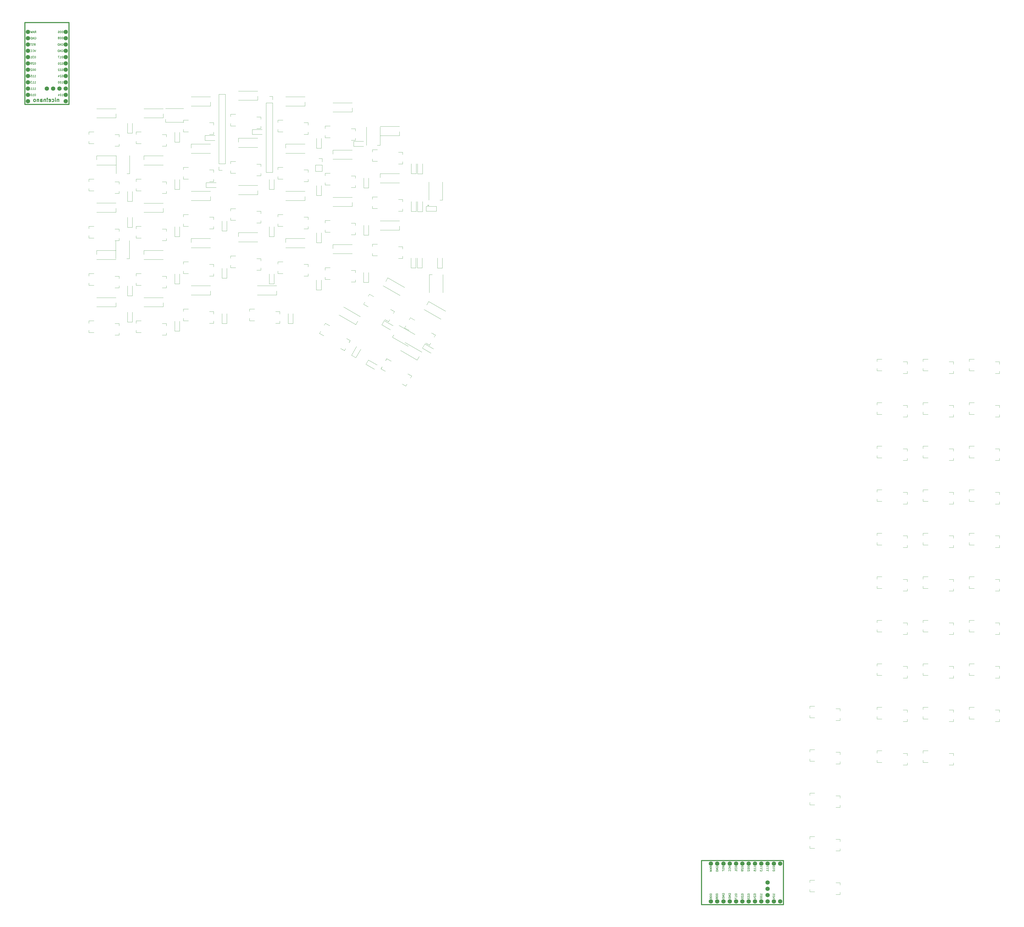
<source format=gbr>
%TF.GenerationSoftware,KiCad,Pcbnew,7.0.8*%
%TF.CreationDate,2024-02-13T23:06:57-05:00*%
%TF.ProjectId,ergothwack,6572676f-7468-4776-9163-6b2e6b696361,rev?*%
%TF.SameCoordinates,Original*%
%TF.FileFunction,Legend,Bot*%
%TF.FilePolarity,Positive*%
%FSLAX46Y46*%
G04 Gerber Fmt 4.6, Leading zero omitted, Abs format (unit mm)*
G04 Created by KiCad (PCBNEW 7.0.8) date 2024-02-13 23:06:57*
%MOMM*%
%LPD*%
G01*
G04 APERTURE LIST*
%ADD10C,0.150000*%
%ADD11C,0.300000*%
%ADD12C,0.120000*%
%ADD13C,0.381000*%
%ADD14C,1.752600*%
G04 APERTURE END LIST*
D10*
X306869045Y-367617190D02*
X306869045Y-367693380D01*
X306869045Y-367693380D02*
X306907140Y-367769571D01*
X306907140Y-367769571D02*
X306945235Y-367807666D01*
X306945235Y-367807666D02*
X307021426Y-367845761D01*
X307021426Y-367845761D02*
X307173807Y-367883856D01*
X307173807Y-367883856D02*
X307364283Y-367883856D01*
X307364283Y-367883856D02*
X307516664Y-367845761D01*
X307516664Y-367845761D02*
X307592854Y-367807666D01*
X307592854Y-367807666D02*
X307630950Y-367769571D01*
X307630950Y-367769571D02*
X307669045Y-367693380D01*
X307669045Y-367693380D02*
X307669045Y-367617190D01*
X307669045Y-367617190D02*
X307630950Y-367540999D01*
X307630950Y-367540999D02*
X307592854Y-367502904D01*
X307592854Y-367502904D02*
X307516664Y-367464809D01*
X307516664Y-367464809D02*
X307364283Y-367426713D01*
X307364283Y-367426713D02*
X307173807Y-367426713D01*
X307173807Y-367426713D02*
X307021426Y-367464809D01*
X307021426Y-367464809D02*
X306945235Y-367502904D01*
X306945235Y-367502904D02*
X306907140Y-367540999D01*
X306907140Y-367540999D02*
X306869045Y-367617190D01*
X306945235Y-368188618D02*
X306907140Y-368226714D01*
X306907140Y-368226714D02*
X306869045Y-368302904D01*
X306869045Y-368302904D02*
X306869045Y-368493380D01*
X306869045Y-368493380D02*
X306907140Y-368569571D01*
X306907140Y-368569571D02*
X306945235Y-368607666D01*
X306945235Y-368607666D02*
X307021426Y-368645761D01*
X307021426Y-368645761D02*
X307097616Y-368645761D01*
X307097616Y-368645761D02*
X307211902Y-368607666D01*
X307211902Y-368607666D02*
X307669045Y-368150523D01*
X307669045Y-368150523D02*
X307669045Y-368645761D01*
X306869045Y-369141000D02*
X306869045Y-369217190D01*
X306869045Y-369217190D02*
X306907140Y-369293381D01*
X306907140Y-369293381D02*
X306945235Y-369331476D01*
X306945235Y-369331476D02*
X307021426Y-369369571D01*
X307021426Y-369369571D02*
X307173807Y-369407666D01*
X307173807Y-369407666D02*
X307364283Y-369407666D01*
X307364283Y-369407666D02*
X307516664Y-369369571D01*
X307516664Y-369369571D02*
X307592854Y-369331476D01*
X307592854Y-369331476D02*
X307630950Y-369293381D01*
X307630950Y-369293381D02*
X307669045Y-369217190D01*
X307669045Y-369217190D02*
X307669045Y-369141000D01*
X307669045Y-369141000D02*
X307630950Y-369064809D01*
X307630950Y-369064809D02*
X307592854Y-369026714D01*
X307592854Y-369026714D02*
X307516664Y-368988619D01*
X307516664Y-368988619D02*
X307364283Y-368950523D01*
X307364283Y-368950523D02*
X307173807Y-368950523D01*
X307173807Y-368950523D02*
X307021426Y-368988619D01*
X307021426Y-368988619D02*
X306945235Y-369026714D01*
X306945235Y-369026714D02*
X306907140Y-369064809D01*
X306907140Y-369064809D02*
X306869045Y-369141000D01*
X319499045Y-356542809D02*
X319499045Y-356618999D01*
X319499045Y-356618999D02*
X319537140Y-356695190D01*
X319537140Y-356695190D02*
X319575235Y-356733285D01*
X319575235Y-356733285D02*
X319651426Y-356771380D01*
X319651426Y-356771380D02*
X319803807Y-356809475D01*
X319803807Y-356809475D02*
X319994283Y-356809475D01*
X319994283Y-356809475D02*
X320146664Y-356771380D01*
X320146664Y-356771380D02*
X320222854Y-356733285D01*
X320222854Y-356733285D02*
X320260950Y-356695190D01*
X320260950Y-356695190D02*
X320299045Y-356618999D01*
X320299045Y-356618999D02*
X320299045Y-356542809D01*
X320299045Y-356542809D02*
X320260950Y-356466618D01*
X320260950Y-356466618D02*
X320222854Y-356428523D01*
X320222854Y-356428523D02*
X320146664Y-356390428D01*
X320146664Y-356390428D02*
X319994283Y-356352332D01*
X319994283Y-356352332D02*
X319803807Y-356352332D01*
X319803807Y-356352332D02*
X319651426Y-356390428D01*
X319651426Y-356390428D02*
X319575235Y-356428523D01*
X319575235Y-356428523D02*
X319537140Y-356466618D01*
X319537140Y-356466618D02*
X319499045Y-356542809D01*
X320299045Y-357571380D02*
X320299045Y-357114237D01*
X320299045Y-357342809D02*
X319499045Y-357342809D01*
X319499045Y-357342809D02*
X319613330Y-357266618D01*
X319613330Y-357266618D02*
X319689521Y-357190428D01*
X319689521Y-357190428D02*
X319727616Y-357114237D01*
X319499045Y-358066619D02*
X319499045Y-358142809D01*
X319499045Y-358142809D02*
X319537140Y-358219000D01*
X319537140Y-358219000D02*
X319575235Y-358257095D01*
X319575235Y-358257095D02*
X319651426Y-358295190D01*
X319651426Y-358295190D02*
X319803807Y-358333285D01*
X319803807Y-358333285D02*
X319994283Y-358333285D01*
X319994283Y-358333285D02*
X320146664Y-358295190D01*
X320146664Y-358295190D02*
X320222854Y-358257095D01*
X320222854Y-358257095D02*
X320260950Y-358219000D01*
X320260950Y-358219000D02*
X320299045Y-358142809D01*
X320299045Y-358142809D02*
X320299045Y-358066619D01*
X320299045Y-358066619D02*
X320260950Y-357990428D01*
X320260950Y-357990428D02*
X320222854Y-357952333D01*
X320222854Y-357952333D02*
X320146664Y-357914238D01*
X320146664Y-357914238D02*
X319994283Y-357876142D01*
X319994283Y-357876142D02*
X319803807Y-357876142D01*
X319803807Y-357876142D02*
X319651426Y-357914238D01*
X319651426Y-357914238D02*
X319575235Y-357952333D01*
X319575235Y-357952333D02*
X319537140Y-357990428D01*
X319537140Y-357990428D02*
X319499045Y-358066619D01*
X304259045Y-367617190D02*
X304259045Y-367693380D01*
X304259045Y-367693380D02*
X304297140Y-367769571D01*
X304297140Y-367769571D02*
X304335235Y-367807666D01*
X304335235Y-367807666D02*
X304411426Y-367845761D01*
X304411426Y-367845761D02*
X304563807Y-367883856D01*
X304563807Y-367883856D02*
X304754283Y-367883856D01*
X304754283Y-367883856D02*
X304906664Y-367845761D01*
X304906664Y-367845761D02*
X304982854Y-367807666D01*
X304982854Y-367807666D02*
X305020950Y-367769571D01*
X305020950Y-367769571D02*
X305059045Y-367693380D01*
X305059045Y-367693380D02*
X305059045Y-367617190D01*
X305059045Y-367617190D02*
X305020950Y-367540999D01*
X305020950Y-367540999D02*
X304982854Y-367502904D01*
X304982854Y-367502904D02*
X304906664Y-367464809D01*
X304906664Y-367464809D02*
X304754283Y-367426713D01*
X304754283Y-367426713D02*
X304563807Y-367426713D01*
X304563807Y-367426713D02*
X304411426Y-367464809D01*
X304411426Y-367464809D02*
X304335235Y-367502904D01*
X304335235Y-367502904D02*
X304297140Y-367540999D01*
X304297140Y-367540999D02*
X304259045Y-367617190D01*
X305059045Y-368645761D02*
X305059045Y-368188618D01*
X305059045Y-368417190D02*
X304259045Y-368417190D01*
X304259045Y-368417190D02*
X304373330Y-368340999D01*
X304373330Y-368340999D02*
X304449521Y-368264809D01*
X304449521Y-368264809D02*
X304487616Y-368188618D01*
X304259045Y-368912428D02*
X304259045Y-369445762D01*
X304259045Y-369445762D02*
X305059045Y-369102904D01*
X294099045Y-367617190D02*
X294099045Y-367693380D01*
X294099045Y-367693380D02*
X294137140Y-367769571D01*
X294137140Y-367769571D02*
X294175235Y-367807666D01*
X294175235Y-367807666D02*
X294251426Y-367845761D01*
X294251426Y-367845761D02*
X294403807Y-367883856D01*
X294403807Y-367883856D02*
X294594283Y-367883856D01*
X294594283Y-367883856D02*
X294746664Y-367845761D01*
X294746664Y-367845761D02*
X294822854Y-367807666D01*
X294822854Y-367807666D02*
X294860950Y-367769571D01*
X294860950Y-367769571D02*
X294899045Y-367693380D01*
X294899045Y-367693380D02*
X294899045Y-367617190D01*
X294899045Y-367617190D02*
X294860950Y-367540999D01*
X294860950Y-367540999D02*
X294822854Y-367502904D01*
X294822854Y-367502904D02*
X294746664Y-367464809D01*
X294746664Y-367464809D02*
X294594283Y-367426713D01*
X294594283Y-367426713D02*
X294403807Y-367426713D01*
X294403807Y-367426713D02*
X294251426Y-367464809D01*
X294251426Y-367464809D02*
X294175235Y-367502904D01*
X294175235Y-367502904D02*
X294137140Y-367540999D01*
X294137140Y-367540999D02*
X294099045Y-367617190D01*
X294099045Y-368379095D02*
X294099045Y-368455285D01*
X294099045Y-368455285D02*
X294137140Y-368531476D01*
X294137140Y-368531476D02*
X294175235Y-368569571D01*
X294175235Y-368569571D02*
X294251426Y-368607666D01*
X294251426Y-368607666D02*
X294403807Y-368645761D01*
X294403807Y-368645761D02*
X294594283Y-368645761D01*
X294594283Y-368645761D02*
X294746664Y-368607666D01*
X294746664Y-368607666D02*
X294822854Y-368569571D01*
X294822854Y-368569571D02*
X294860950Y-368531476D01*
X294860950Y-368531476D02*
X294899045Y-368455285D01*
X294899045Y-368455285D02*
X294899045Y-368379095D01*
X294899045Y-368379095D02*
X294860950Y-368302904D01*
X294860950Y-368302904D02*
X294822854Y-368264809D01*
X294822854Y-368264809D02*
X294746664Y-368226714D01*
X294746664Y-368226714D02*
X294594283Y-368188618D01*
X294594283Y-368188618D02*
X294403807Y-368188618D01*
X294403807Y-368188618D02*
X294251426Y-368226714D01*
X294251426Y-368226714D02*
X294175235Y-368264809D01*
X294175235Y-368264809D02*
X294137140Y-368302904D01*
X294137140Y-368302904D02*
X294099045Y-368379095D01*
X294099045Y-369331476D02*
X294099045Y-369179095D01*
X294099045Y-369179095D02*
X294137140Y-369102904D01*
X294137140Y-369102904D02*
X294175235Y-369064809D01*
X294175235Y-369064809D02*
X294289521Y-368988619D01*
X294289521Y-368988619D02*
X294441902Y-368950523D01*
X294441902Y-368950523D02*
X294746664Y-368950523D01*
X294746664Y-368950523D02*
X294822854Y-368988619D01*
X294822854Y-368988619D02*
X294860950Y-369026714D01*
X294860950Y-369026714D02*
X294899045Y-369102904D01*
X294899045Y-369102904D02*
X294899045Y-369255285D01*
X294899045Y-369255285D02*
X294860950Y-369331476D01*
X294860950Y-369331476D02*
X294822854Y-369369571D01*
X294822854Y-369369571D02*
X294746664Y-369407666D01*
X294746664Y-369407666D02*
X294556188Y-369407666D01*
X294556188Y-369407666D02*
X294479997Y-369369571D01*
X294479997Y-369369571D02*
X294441902Y-369331476D01*
X294441902Y-369331476D02*
X294403807Y-369255285D01*
X294403807Y-369255285D02*
X294403807Y-369102904D01*
X294403807Y-369102904D02*
X294441902Y-369026714D01*
X294441902Y-369026714D02*
X294479997Y-368988619D01*
X294479997Y-368988619D02*
X294556188Y-368950523D01*
X309369045Y-367617190D02*
X309369045Y-367693380D01*
X309369045Y-367693380D02*
X309407140Y-367769571D01*
X309407140Y-367769571D02*
X309445235Y-367807666D01*
X309445235Y-367807666D02*
X309521426Y-367845761D01*
X309521426Y-367845761D02*
X309673807Y-367883856D01*
X309673807Y-367883856D02*
X309864283Y-367883856D01*
X309864283Y-367883856D02*
X310016664Y-367845761D01*
X310016664Y-367845761D02*
X310092854Y-367807666D01*
X310092854Y-367807666D02*
X310130950Y-367769571D01*
X310130950Y-367769571D02*
X310169045Y-367693380D01*
X310169045Y-367693380D02*
X310169045Y-367617190D01*
X310169045Y-367617190D02*
X310130950Y-367540999D01*
X310130950Y-367540999D02*
X310092854Y-367502904D01*
X310092854Y-367502904D02*
X310016664Y-367464809D01*
X310016664Y-367464809D02*
X309864283Y-367426713D01*
X309864283Y-367426713D02*
X309673807Y-367426713D01*
X309673807Y-367426713D02*
X309521426Y-367464809D01*
X309521426Y-367464809D02*
X309445235Y-367502904D01*
X309445235Y-367502904D02*
X309407140Y-367540999D01*
X309407140Y-367540999D02*
X309369045Y-367617190D01*
X309445235Y-368188618D02*
X309407140Y-368226714D01*
X309407140Y-368226714D02*
X309369045Y-368302904D01*
X309369045Y-368302904D02*
X309369045Y-368493380D01*
X309369045Y-368493380D02*
X309407140Y-368569571D01*
X309407140Y-368569571D02*
X309445235Y-368607666D01*
X309445235Y-368607666D02*
X309521426Y-368645761D01*
X309521426Y-368645761D02*
X309597616Y-368645761D01*
X309597616Y-368645761D02*
X309711902Y-368607666D01*
X309711902Y-368607666D02*
X310169045Y-368150523D01*
X310169045Y-368150523D02*
X310169045Y-368645761D01*
X309445235Y-368950523D02*
X309407140Y-368988619D01*
X309407140Y-368988619D02*
X309369045Y-369064809D01*
X309369045Y-369064809D02*
X309369045Y-369255285D01*
X309369045Y-369255285D02*
X309407140Y-369331476D01*
X309407140Y-369331476D02*
X309445235Y-369369571D01*
X309445235Y-369369571D02*
X309521426Y-369407666D01*
X309521426Y-369407666D02*
X309597616Y-369407666D01*
X309597616Y-369407666D02*
X309711902Y-369369571D01*
X309711902Y-369369571D02*
X310169045Y-368912428D01*
X310169045Y-368912428D02*
X310169045Y-369407666D01*
X296569045Y-367617190D02*
X296569045Y-367693380D01*
X296569045Y-367693380D02*
X296607140Y-367769571D01*
X296607140Y-367769571D02*
X296645235Y-367807666D01*
X296645235Y-367807666D02*
X296721426Y-367845761D01*
X296721426Y-367845761D02*
X296873807Y-367883856D01*
X296873807Y-367883856D02*
X297064283Y-367883856D01*
X297064283Y-367883856D02*
X297216664Y-367845761D01*
X297216664Y-367845761D02*
X297292854Y-367807666D01*
X297292854Y-367807666D02*
X297330950Y-367769571D01*
X297330950Y-367769571D02*
X297369045Y-367693380D01*
X297369045Y-367693380D02*
X297369045Y-367617190D01*
X297369045Y-367617190D02*
X297330950Y-367540999D01*
X297330950Y-367540999D02*
X297292854Y-367502904D01*
X297292854Y-367502904D02*
X297216664Y-367464809D01*
X297216664Y-367464809D02*
X297064283Y-367426713D01*
X297064283Y-367426713D02*
X296873807Y-367426713D01*
X296873807Y-367426713D02*
X296721426Y-367464809D01*
X296721426Y-367464809D02*
X296645235Y-367502904D01*
X296645235Y-367502904D02*
X296607140Y-367540999D01*
X296607140Y-367540999D02*
X296569045Y-367617190D01*
X296569045Y-368379095D02*
X296569045Y-368455285D01*
X296569045Y-368455285D02*
X296607140Y-368531476D01*
X296607140Y-368531476D02*
X296645235Y-368569571D01*
X296645235Y-368569571D02*
X296721426Y-368607666D01*
X296721426Y-368607666D02*
X296873807Y-368645761D01*
X296873807Y-368645761D02*
X297064283Y-368645761D01*
X297064283Y-368645761D02*
X297216664Y-368607666D01*
X297216664Y-368607666D02*
X297292854Y-368569571D01*
X297292854Y-368569571D02*
X297330950Y-368531476D01*
X297330950Y-368531476D02*
X297369045Y-368455285D01*
X297369045Y-368455285D02*
X297369045Y-368379095D01*
X297369045Y-368379095D02*
X297330950Y-368302904D01*
X297330950Y-368302904D02*
X297292854Y-368264809D01*
X297292854Y-368264809D02*
X297216664Y-368226714D01*
X297216664Y-368226714D02*
X297064283Y-368188618D01*
X297064283Y-368188618D02*
X296873807Y-368188618D01*
X296873807Y-368188618D02*
X296721426Y-368226714D01*
X296721426Y-368226714D02*
X296645235Y-368264809D01*
X296645235Y-368264809D02*
X296607140Y-368302904D01*
X296607140Y-368302904D02*
X296569045Y-368379095D01*
X296911902Y-369102904D02*
X296873807Y-369026714D01*
X296873807Y-369026714D02*
X296835711Y-368988619D01*
X296835711Y-368988619D02*
X296759521Y-368950523D01*
X296759521Y-368950523D02*
X296721426Y-368950523D01*
X296721426Y-368950523D02*
X296645235Y-368988619D01*
X296645235Y-368988619D02*
X296607140Y-369026714D01*
X296607140Y-369026714D02*
X296569045Y-369102904D01*
X296569045Y-369102904D02*
X296569045Y-369255285D01*
X296569045Y-369255285D02*
X296607140Y-369331476D01*
X296607140Y-369331476D02*
X296645235Y-369369571D01*
X296645235Y-369369571D02*
X296721426Y-369407666D01*
X296721426Y-369407666D02*
X296759521Y-369407666D01*
X296759521Y-369407666D02*
X296835711Y-369369571D01*
X296835711Y-369369571D02*
X296873807Y-369331476D01*
X296873807Y-369331476D02*
X296911902Y-369255285D01*
X296911902Y-369255285D02*
X296911902Y-369102904D01*
X296911902Y-369102904D02*
X296949997Y-369026714D01*
X296949997Y-369026714D02*
X296988092Y-368988619D01*
X296988092Y-368988619D02*
X297064283Y-368950523D01*
X297064283Y-368950523D02*
X297216664Y-368950523D01*
X297216664Y-368950523D02*
X297292854Y-368988619D01*
X297292854Y-368988619D02*
X297330950Y-369026714D01*
X297330950Y-369026714D02*
X297369045Y-369102904D01*
X297369045Y-369102904D02*
X297369045Y-369255285D01*
X297369045Y-369255285D02*
X297330950Y-369331476D01*
X297330950Y-369331476D02*
X297292854Y-369369571D01*
X297292854Y-369369571D02*
X297216664Y-369407666D01*
X297216664Y-369407666D02*
X297064283Y-369407666D01*
X297064283Y-369407666D02*
X296988092Y-369369571D01*
X296988092Y-369369571D02*
X296949997Y-369331476D01*
X296949997Y-369331476D02*
X296911902Y-369255285D01*
X306799045Y-356542809D02*
X306799045Y-356618999D01*
X306799045Y-356618999D02*
X306837140Y-356695190D01*
X306837140Y-356695190D02*
X306875235Y-356733285D01*
X306875235Y-356733285D02*
X306951426Y-356771380D01*
X306951426Y-356771380D02*
X307103807Y-356809475D01*
X307103807Y-356809475D02*
X307294283Y-356809475D01*
X307294283Y-356809475D02*
X307446664Y-356771380D01*
X307446664Y-356771380D02*
X307522854Y-356733285D01*
X307522854Y-356733285D02*
X307560950Y-356695190D01*
X307560950Y-356695190D02*
X307599045Y-356618999D01*
X307599045Y-356618999D02*
X307599045Y-356542809D01*
X307599045Y-356542809D02*
X307560950Y-356466618D01*
X307560950Y-356466618D02*
X307522854Y-356428523D01*
X307522854Y-356428523D02*
X307446664Y-356390428D01*
X307446664Y-356390428D02*
X307294283Y-356352332D01*
X307294283Y-356352332D02*
X307103807Y-356352332D01*
X307103807Y-356352332D02*
X306951426Y-356390428D01*
X306951426Y-356390428D02*
X306875235Y-356428523D01*
X306875235Y-356428523D02*
X306837140Y-356466618D01*
X306837140Y-356466618D02*
X306799045Y-356542809D01*
X306875235Y-357114237D02*
X306837140Y-357152333D01*
X306837140Y-357152333D02*
X306799045Y-357228523D01*
X306799045Y-357228523D02*
X306799045Y-357418999D01*
X306799045Y-357418999D02*
X306837140Y-357495190D01*
X306837140Y-357495190D02*
X306875235Y-357533285D01*
X306875235Y-357533285D02*
X306951426Y-357571380D01*
X306951426Y-357571380D02*
X307027616Y-357571380D01*
X307027616Y-357571380D02*
X307141902Y-357533285D01*
X307141902Y-357533285D02*
X307599045Y-357076142D01*
X307599045Y-357076142D02*
X307599045Y-357571380D01*
X307599045Y-357952333D02*
X307599045Y-358104714D01*
X307599045Y-358104714D02*
X307560950Y-358180904D01*
X307560950Y-358180904D02*
X307522854Y-358219000D01*
X307522854Y-358219000D02*
X307408569Y-358295190D01*
X307408569Y-358295190D02*
X307256188Y-358333285D01*
X307256188Y-358333285D02*
X306951426Y-358333285D01*
X306951426Y-358333285D02*
X306875235Y-358295190D01*
X306875235Y-358295190D02*
X306837140Y-358257095D01*
X306837140Y-358257095D02*
X306799045Y-358180904D01*
X306799045Y-358180904D02*
X306799045Y-358028523D01*
X306799045Y-358028523D02*
X306837140Y-357952333D01*
X306837140Y-357952333D02*
X306875235Y-357914238D01*
X306875235Y-357914238D02*
X306951426Y-357876142D01*
X306951426Y-357876142D02*
X307141902Y-357876142D01*
X307141902Y-357876142D02*
X307218092Y-357914238D01*
X307218092Y-357914238D02*
X307256188Y-357952333D01*
X307256188Y-357952333D02*
X307294283Y-358028523D01*
X307294283Y-358028523D02*
X307294283Y-358180904D01*
X307294283Y-358180904D02*
X307256188Y-358257095D01*
X307256188Y-358257095D02*
X307218092Y-358295190D01*
X307218092Y-358295190D02*
X307141902Y-358333285D01*
X312679045Y-356809475D02*
X312679045Y-356352332D01*
X312679045Y-356580904D02*
X311879045Y-356580904D01*
X311879045Y-356580904D02*
X311993330Y-356504713D01*
X311993330Y-356504713D02*
X312069521Y-356428523D01*
X312069521Y-356428523D02*
X312107616Y-356352332D01*
X312679045Y-357571380D02*
X312679045Y-357114237D01*
X312679045Y-357342809D02*
X311879045Y-357342809D01*
X311879045Y-357342809D02*
X311993330Y-357266618D01*
X311993330Y-357266618D02*
X312069521Y-357190428D01*
X312069521Y-357190428D02*
X312107616Y-357114237D01*
X311879045Y-358295190D02*
X311879045Y-357914238D01*
X311879045Y-357914238D02*
X312259997Y-357876142D01*
X312259997Y-357876142D02*
X312221902Y-357914238D01*
X312221902Y-357914238D02*
X312183807Y-357990428D01*
X312183807Y-357990428D02*
X312183807Y-358180904D01*
X312183807Y-358180904D02*
X312221902Y-358257095D01*
X312221902Y-358257095D02*
X312259997Y-358295190D01*
X312259997Y-358295190D02*
X312336188Y-358333285D01*
X312336188Y-358333285D02*
X312526664Y-358333285D01*
X312526664Y-358333285D02*
X312602854Y-358295190D01*
X312602854Y-358295190D02*
X312640950Y-358257095D01*
X312640950Y-358257095D02*
X312679045Y-358180904D01*
X312679045Y-358180904D02*
X312679045Y-357990428D01*
X312679045Y-357990428D02*
X312640950Y-357914238D01*
X312640950Y-357914238D02*
X312602854Y-357876142D01*
X315219045Y-367883856D02*
X315219045Y-367426713D01*
X315219045Y-367655285D02*
X314419045Y-367655285D01*
X314419045Y-367655285D02*
X314533330Y-367579094D01*
X314533330Y-367579094D02*
X314609521Y-367502904D01*
X314609521Y-367502904D02*
X314647616Y-367426713D01*
X314419045Y-368379095D02*
X314419045Y-368455285D01*
X314419045Y-368455285D02*
X314457140Y-368531476D01*
X314457140Y-368531476D02*
X314495235Y-368569571D01*
X314495235Y-368569571D02*
X314571426Y-368607666D01*
X314571426Y-368607666D02*
X314723807Y-368645761D01*
X314723807Y-368645761D02*
X314914283Y-368645761D01*
X314914283Y-368645761D02*
X315066664Y-368607666D01*
X315066664Y-368607666D02*
X315142854Y-368569571D01*
X315142854Y-368569571D02*
X315180950Y-368531476D01*
X315180950Y-368531476D02*
X315219045Y-368455285D01*
X315219045Y-368455285D02*
X315219045Y-368379095D01*
X315219045Y-368379095D02*
X315180950Y-368302904D01*
X315180950Y-368302904D02*
X315142854Y-368264809D01*
X315142854Y-368264809D02*
X315066664Y-368226714D01*
X315066664Y-368226714D02*
X314914283Y-368188618D01*
X314914283Y-368188618D02*
X314723807Y-368188618D01*
X314723807Y-368188618D02*
X314571426Y-368226714D01*
X314571426Y-368226714D02*
X314495235Y-368264809D01*
X314495235Y-368264809D02*
X314457140Y-368302904D01*
X314457140Y-368302904D02*
X314419045Y-368379095D01*
X314419045Y-369141000D02*
X314419045Y-369217190D01*
X314419045Y-369217190D02*
X314457140Y-369293381D01*
X314457140Y-369293381D02*
X314495235Y-369331476D01*
X314495235Y-369331476D02*
X314571426Y-369369571D01*
X314571426Y-369369571D02*
X314723807Y-369407666D01*
X314723807Y-369407666D02*
X314914283Y-369407666D01*
X314914283Y-369407666D02*
X315066664Y-369369571D01*
X315066664Y-369369571D02*
X315142854Y-369331476D01*
X315142854Y-369331476D02*
X315180950Y-369293381D01*
X315180950Y-369293381D02*
X315219045Y-369217190D01*
X315219045Y-369217190D02*
X315219045Y-369141000D01*
X315219045Y-369141000D02*
X315180950Y-369064809D01*
X315180950Y-369064809D02*
X315142854Y-369026714D01*
X315142854Y-369026714D02*
X315066664Y-368988619D01*
X315066664Y-368988619D02*
X314914283Y-368950523D01*
X314914283Y-368950523D02*
X314723807Y-368950523D01*
X314723807Y-368950523D02*
X314571426Y-368988619D01*
X314571426Y-368988619D02*
X314495235Y-369026714D01*
X314495235Y-369026714D02*
X314457140Y-369064809D01*
X314457140Y-369064809D02*
X314419045Y-369141000D01*
X311869045Y-367617190D02*
X311869045Y-367693380D01*
X311869045Y-367693380D02*
X311907140Y-367769571D01*
X311907140Y-367769571D02*
X311945235Y-367807666D01*
X311945235Y-367807666D02*
X312021426Y-367845761D01*
X312021426Y-367845761D02*
X312173807Y-367883856D01*
X312173807Y-367883856D02*
X312364283Y-367883856D01*
X312364283Y-367883856D02*
X312516664Y-367845761D01*
X312516664Y-367845761D02*
X312592854Y-367807666D01*
X312592854Y-367807666D02*
X312630950Y-367769571D01*
X312630950Y-367769571D02*
X312669045Y-367693380D01*
X312669045Y-367693380D02*
X312669045Y-367617190D01*
X312669045Y-367617190D02*
X312630950Y-367540999D01*
X312630950Y-367540999D02*
X312592854Y-367502904D01*
X312592854Y-367502904D02*
X312516664Y-367464809D01*
X312516664Y-367464809D02*
X312364283Y-367426713D01*
X312364283Y-367426713D02*
X312173807Y-367426713D01*
X312173807Y-367426713D02*
X312021426Y-367464809D01*
X312021426Y-367464809D02*
X311945235Y-367502904D01*
X311945235Y-367502904D02*
X311907140Y-367540999D01*
X311907140Y-367540999D02*
X311869045Y-367617190D01*
X311945235Y-368188618D02*
X311907140Y-368226714D01*
X311907140Y-368226714D02*
X311869045Y-368302904D01*
X311869045Y-368302904D02*
X311869045Y-368493380D01*
X311869045Y-368493380D02*
X311907140Y-368569571D01*
X311907140Y-368569571D02*
X311945235Y-368607666D01*
X311945235Y-368607666D02*
X312021426Y-368645761D01*
X312021426Y-368645761D02*
X312097616Y-368645761D01*
X312097616Y-368645761D02*
X312211902Y-368607666D01*
X312211902Y-368607666D02*
X312669045Y-368150523D01*
X312669045Y-368150523D02*
X312669045Y-368645761D01*
X312135711Y-369331476D02*
X312669045Y-369331476D01*
X311830950Y-369141000D02*
X312402378Y-368950523D01*
X312402378Y-368950523D02*
X312402378Y-369445762D01*
X296677140Y-356815809D02*
X296639045Y-356739619D01*
X296639045Y-356739619D02*
X296639045Y-356625333D01*
X296639045Y-356625333D02*
X296677140Y-356511047D01*
X296677140Y-356511047D02*
X296753330Y-356434857D01*
X296753330Y-356434857D02*
X296829521Y-356396762D01*
X296829521Y-356396762D02*
X296981902Y-356358666D01*
X296981902Y-356358666D02*
X297096188Y-356358666D01*
X297096188Y-356358666D02*
X297248569Y-356396762D01*
X297248569Y-356396762D02*
X297324759Y-356434857D01*
X297324759Y-356434857D02*
X297400950Y-356511047D01*
X297400950Y-356511047D02*
X297439045Y-356625333D01*
X297439045Y-356625333D02*
X297439045Y-356701524D01*
X297439045Y-356701524D02*
X297400950Y-356815809D01*
X297400950Y-356815809D02*
X297362854Y-356853905D01*
X297362854Y-356853905D02*
X297096188Y-356853905D01*
X297096188Y-356853905D02*
X297096188Y-356701524D01*
X297439045Y-357196762D02*
X296639045Y-357196762D01*
X296639045Y-357196762D02*
X297439045Y-357653905D01*
X297439045Y-357653905D02*
X296639045Y-357653905D01*
X297439045Y-358034857D02*
X296639045Y-358034857D01*
X296639045Y-358034857D02*
X296639045Y-358225333D01*
X296639045Y-358225333D02*
X296677140Y-358339619D01*
X296677140Y-358339619D02*
X296753330Y-358415809D01*
X296753330Y-358415809D02*
X296829521Y-358453904D01*
X296829521Y-358453904D02*
X296981902Y-358492000D01*
X296981902Y-358492000D02*
X297096188Y-358492000D01*
X297096188Y-358492000D02*
X297248569Y-358453904D01*
X297248569Y-358453904D02*
X297324759Y-358415809D01*
X297324759Y-358415809D02*
X297400950Y-358339619D01*
X297400950Y-358339619D02*
X297439045Y-358225333D01*
X297439045Y-358225333D02*
X297439045Y-358034857D01*
X320299045Y-367883856D02*
X320299045Y-367426713D01*
X320299045Y-367655285D02*
X319499045Y-367655285D01*
X319499045Y-367655285D02*
X319613330Y-367579094D01*
X319613330Y-367579094D02*
X319689521Y-367502904D01*
X319689521Y-367502904D02*
X319727616Y-367426713D01*
X319499045Y-368379095D02*
X319499045Y-368455285D01*
X319499045Y-368455285D02*
X319537140Y-368531476D01*
X319537140Y-368531476D02*
X319575235Y-368569571D01*
X319575235Y-368569571D02*
X319651426Y-368607666D01*
X319651426Y-368607666D02*
X319803807Y-368645761D01*
X319803807Y-368645761D02*
X319994283Y-368645761D01*
X319994283Y-368645761D02*
X320146664Y-368607666D01*
X320146664Y-368607666D02*
X320222854Y-368569571D01*
X320222854Y-368569571D02*
X320260950Y-368531476D01*
X320260950Y-368531476D02*
X320299045Y-368455285D01*
X320299045Y-368455285D02*
X320299045Y-368379095D01*
X320299045Y-368379095D02*
X320260950Y-368302904D01*
X320260950Y-368302904D02*
X320222854Y-368264809D01*
X320222854Y-368264809D02*
X320146664Y-368226714D01*
X320146664Y-368226714D02*
X319994283Y-368188618D01*
X319994283Y-368188618D02*
X319803807Y-368188618D01*
X319803807Y-368188618D02*
X319651426Y-368226714D01*
X319651426Y-368226714D02*
X319575235Y-368264809D01*
X319575235Y-368264809D02*
X319537140Y-368302904D01*
X319537140Y-368302904D02*
X319499045Y-368379095D01*
X319765711Y-369331476D02*
X320299045Y-369331476D01*
X319460950Y-369141000D02*
X320032378Y-368950523D01*
X320032378Y-368950523D02*
X320032378Y-369445762D01*
X301757140Y-367731476D02*
X301719045Y-367655286D01*
X301719045Y-367655286D02*
X301719045Y-367541000D01*
X301719045Y-367541000D02*
X301757140Y-367426714D01*
X301757140Y-367426714D02*
X301833330Y-367350524D01*
X301833330Y-367350524D02*
X301909521Y-367312429D01*
X301909521Y-367312429D02*
X302061902Y-367274333D01*
X302061902Y-367274333D02*
X302176188Y-367274333D01*
X302176188Y-367274333D02*
X302328569Y-367312429D01*
X302328569Y-367312429D02*
X302404759Y-367350524D01*
X302404759Y-367350524D02*
X302480950Y-367426714D01*
X302480950Y-367426714D02*
X302519045Y-367541000D01*
X302519045Y-367541000D02*
X302519045Y-367617191D01*
X302519045Y-367617191D02*
X302480950Y-367731476D01*
X302480950Y-367731476D02*
X302442854Y-367769572D01*
X302442854Y-367769572D02*
X302176188Y-367769572D01*
X302176188Y-367769572D02*
X302176188Y-367617191D01*
X302519045Y-368112429D02*
X301719045Y-368112429D01*
X301719045Y-368112429D02*
X302519045Y-368569572D01*
X302519045Y-368569572D02*
X301719045Y-368569572D01*
X302519045Y-368950524D02*
X301719045Y-368950524D01*
X301719045Y-368950524D02*
X301719045Y-369141000D01*
X301719045Y-369141000D02*
X301757140Y-369255286D01*
X301757140Y-369255286D02*
X301833330Y-369331476D01*
X301833330Y-369331476D02*
X301909521Y-369369571D01*
X301909521Y-369369571D02*
X302061902Y-369407667D01*
X302061902Y-369407667D02*
X302176188Y-369407667D01*
X302176188Y-369407667D02*
X302328569Y-369369571D01*
X302328569Y-369369571D02*
X302404759Y-369331476D01*
X302404759Y-369331476D02*
X302480950Y-369255286D01*
X302480950Y-369255286D02*
X302519045Y-369141000D01*
X302519045Y-369141000D02*
X302519045Y-368950524D01*
X294899045Y-356853904D02*
X294518092Y-356587237D01*
X294899045Y-356396761D02*
X294099045Y-356396761D01*
X294099045Y-356396761D02*
X294099045Y-356701523D01*
X294099045Y-356701523D02*
X294137140Y-356777713D01*
X294137140Y-356777713D02*
X294175235Y-356815808D01*
X294175235Y-356815808D02*
X294251426Y-356853904D01*
X294251426Y-356853904D02*
X294365711Y-356853904D01*
X294365711Y-356853904D02*
X294441902Y-356815808D01*
X294441902Y-356815808D02*
X294479997Y-356777713D01*
X294479997Y-356777713D02*
X294518092Y-356701523D01*
X294518092Y-356701523D02*
X294518092Y-356396761D01*
X294670473Y-357158665D02*
X294670473Y-357539618D01*
X294899045Y-357082475D02*
X294099045Y-357349142D01*
X294099045Y-357349142D02*
X294899045Y-357615808D01*
X294099045Y-357806284D02*
X294899045Y-357996760D01*
X294899045Y-357996760D02*
X294327616Y-358149141D01*
X294327616Y-358149141D02*
X294899045Y-358301522D01*
X294899045Y-358301522D02*
X294099045Y-358491999D01*
X304259045Y-356542809D02*
X304259045Y-356618999D01*
X304259045Y-356618999D02*
X304297140Y-356695190D01*
X304297140Y-356695190D02*
X304335235Y-356733285D01*
X304335235Y-356733285D02*
X304411426Y-356771380D01*
X304411426Y-356771380D02*
X304563807Y-356809475D01*
X304563807Y-356809475D02*
X304754283Y-356809475D01*
X304754283Y-356809475D02*
X304906664Y-356771380D01*
X304906664Y-356771380D02*
X304982854Y-356733285D01*
X304982854Y-356733285D02*
X305020950Y-356695190D01*
X305020950Y-356695190D02*
X305059045Y-356618999D01*
X305059045Y-356618999D02*
X305059045Y-356542809D01*
X305059045Y-356542809D02*
X305020950Y-356466618D01*
X305020950Y-356466618D02*
X304982854Y-356428523D01*
X304982854Y-356428523D02*
X304906664Y-356390428D01*
X304906664Y-356390428D02*
X304754283Y-356352332D01*
X304754283Y-356352332D02*
X304563807Y-356352332D01*
X304563807Y-356352332D02*
X304411426Y-356390428D01*
X304411426Y-356390428D02*
X304335235Y-356428523D01*
X304335235Y-356428523D02*
X304297140Y-356466618D01*
X304297140Y-356466618D02*
X304259045Y-356542809D01*
X304259045Y-357076142D02*
X304259045Y-357571380D01*
X304259045Y-357571380D02*
X304563807Y-357304714D01*
X304563807Y-357304714D02*
X304563807Y-357418999D01*
X304563807Y-357418999D02*
X304601902Y-357495190D01*
X304601902Y-357495190D02*
X304639997Y-357533285D01*
X304639997Y-357533285D02*
X304716188Y-357571380D01*
X304716188Y-357571380D02*
X304906664Y-357571380D01*
X304906664Y-357571380D02*
X304982854Y-357533285D01*
X304982854Y-357533285D02*
X305020950Y-357495190D01*
X305020950Y-357495190D02*
X305059045Y-357418999D01*
X305059045Y-357418999D02*
X305059045Y-357190428D01*
X305059045Y-357190428D02*
X305020950Y-357114237D01*
X305020950Y-357114237D02*
X304982854Y-357076142D01*
X305059045Y-358333285D02*
X305059045Y-357876142D01*
X305059045Y-358104714D02*
X304259045Y-358104714D01*
X304259045Y-358104714D02*
X304373330Y-358028523D01*
X304373330Y-358028523D02*
X304449521Y-357952333D01*
X304449521Y-357952333D02*
X304487616Y-357876142D01*
X309339045Y-356542809D02*
X309339045Y-356618999D01*
X309339045Y-356618999D02*
X309377140Y-356695190D01*
X309377140Y-356695190D02*
X309415235Y-356733285D01*
X309415235Y-356733285D02*
X309491426Y-356771380D01*
X309491426Y-356771380D02*
X309643807Y-356809475D01*
X309643807Y-356809475D02*
X309834283Y-356809475D01*
X309834283Y-356809475D02*
X309986664Y-356771380D01*
X309986664Y-356771380D02*
X310062854Y-356733285D01*
X310062854Y-356733285D02*
X310100950Y-356695190D01*
X310100950Y-356695190D02*
X310139045Y-356618999D01*
X310139045Y-356618999D02*
X310139045Y-356542809D01*
X310139045Y-356542809D02*
X310100950Y-356466618D01*
X310100950Y-356466618D02*
X310062854Y-356428523D01*
X310062854Y-356428523D02*
X309986664Y-356390428D01*
X309986664Y-356390428D02*
X309834283Y-356352332D01*
X309834283Y-356352332D02*
X309643807Y-356352332D01*
X309643807Y-356352332D02*
X309491426Y-356390428D01*
X309491426Y-356390428D02*
X309415235Y-356428523D01*
X309415235Y-356428523D02*
X309377140Y-356466618D01*
X309377140Y-356466618D02*
X309339045Y-356542809D01*
X309339045Y-357304714D02*
X309339045Y-357380904D01*
X309339045Y-357380904D02*
X309377140Y-357457095D01*
X309377140Y-357457095D02*
X309415235Y-357495190D01*
X309415235Y-357495190D02*
X309491426Y-357533285D01*
X309491426Y-357533285D02*
X309643807Y-357571380D01*
X309643807Y-357571380D02*
X309834283Y-357571380D01*
X309834283Y-357571380D02*
X309986664Y-357533285D01*
X309986664Y-357533285D02*
X310062854Y-357495190D01*
X310062854Y-357495190D02*
X310100950Y-357457095D01*
X310100950Y-357457095D02*
X310139045Y-357380904D01*
X310139045Y-357380904D02*
X310139045Y-357304714D01*
X310139045Y-357304714D02*
X310100950Y-357228523D01*
X310100950Y-357228523D02*
X310062854Y-357190428D01*
X310062854Y-357190428D02*
X309986664Y-357152333D01*
X309986664Y-357152333D02*
X309834283Y-357114237D01*
X309834283Y-357114237D02*
X309643807Y-357114237D01*
X309643807Y-357114237D02*
X309491426Y-357152333D01*
X309491426Y-357152333D02*
X309415235Y-357190428D01*
X309415235Y-357190428D02*
X309377140Y-357228523D01*
X309377140Y-357228523D02*
X309339045Y-357304714D01*
X309415235Y-357876142D02*
X309377140Y-357914238D01*
X309377140Y-357914238D02*
X309339045Y-357990428D01*
X309339045Y-357990428D02*
X309339045Y-358180904D01*
X309339045Y-358180904D02*
X309377140Y-358257095D01*
X309377140Y-358257095D02*
X309415235Y-358295190D01*
X309415235Y-358295190D02*
X309491426Y-358333285D01*
X309491426Y-358333285D02*
X309567616Y-358333285D01*
X309567616Y-358333285D02*
X309681902Y-358295190D01*
X309681902Y-358295190D02*
X310139045Y-357838047D01*
X310139045Y-357838047D02*
X310139045Y-358333285D01*
X317759045Y-356809475D02*
X317759045Y-356352332D01*
X317759045Y-356580904D02*
X316959045Y-356580904D01*
X316959045Y-356580904D02*
X317073330Y-356504713D01*
X317073330Y-356504713D02*
X317149521Y-356428523D01*
X317149521Y-356428523D02*
X317187616Y-356352332D01*
X317759045Y-357571380D02*
X317759045Y-357114237D01*
X317759045Y-357342809D02*
X316959045Y-357342809D01*
X316959045Y-357342809D02*
X317073330Y-357266618D01*
X317073330Y-357266618D02*
X317149521Y-357190428D01*
X317149521Y-357190428D02*
X317187616Y-357114237D01*
X317759045Y-358333285D02*
X317759045Y-357876142D01*
X317759045Y-358104714D02*
X316959045Y-358104714D01*
X316959045Y-358104714D02*
X317073330Y-358028523D01*
X317073330Y-358028523D02*
X317149521Y-357952333D01*
X317149521Y-357952333D02*
X317187616Y-357876142D01*
X315219045Y-356809475D02*
X315219045Y-356352332D01*
X315219045Y-356580904D02*
X314419045Y-356580904D01*
X314419045Y-356580904D02*
X314533330Y-356504713D01*
X314533330Y-356504713D02*
X314609521Y-356428523D01*
X314609521Y-356428523D02*
X314647616Y-356352332D01*
X315219045Y-357571380D02*
X315219045Y-357114237D01*
X315219045Y-357342809D02*
X314419045Y-357342809D01*
X314419045Y-357342809D02*
X314533330Y-357266618D01*
X314533330Y-357266618D02*
X314609521Y-357190428D01*
X314609521Y-357190428D02*
X314647616Y-357114237D01*
X314419045Y-357838047D02*
X314419045Y-358333285D01*
X314419045Y-358333285D02*
X314723807Y-358066619D01*
X314723807Y-358066619D02*
X314723807Y-358180904D01*
X314723807Y-358180904D02*
X314761902Y-358257095D01*
X314761902Y-358257095D02*
X314799997Y-358295190D01*
X314799997Y-358295190D02*
X314876188Y-358333285D01*
X314876188Y-358333285D02*
X315066664Y-358333285D01*
X315066664Y-358333285D02*
X315142854Y-358295190D01*
X315142854Y-358295190D02*
X315180950Y-358257095D01*
X315180950Y-358257095D02*
X315219045Y-358180904D01*
X315219045Y-358180904D02*
X315219045Y-357952333D01*
X315219045Y-357952333D02*
X315180950Y-357876142D01*
X315180950Y-357876142D02*
X315142854Y-357838047D01*
X299217140Y-367731476D02*
X299179045Y-367655286D01*
X299179045Y-367655286D02*
X299179045Y-367541000D01*
X299179045Y-367541000D02*
X299217140Y-367426714D01*
X299217140Y-367426714D02*
X299293330Y-367350524D01*
X299293330Y-367350524D02*
X299369521Y-367312429D01*
X299369521Y-367312429D02*
X299521902Y-367274333D01*
X299521902Y-367274333D02*
X299636188Y-367274333D01*
X299636188Y-367274333D02*
X299788569Y-367312429D01*
X299788569Y-367312429D02*
X299864759Y-367350524D01*
X299864759Y-367350524D02*
X299940950Y-367426714D01*
X299940950Y-367426714D02*
X299979045Y-367541000D01*
X299979045Y-367541000D02*
X299979045Y-367617191D01*
X299979045Y-367617191D02*
X299940950Y-367731476D01*
X299940950Y-367731476D02*
X299902854Y-367769572D01*
X299902854Y-367769572D02*
X299636188Y-367769572D01*
X299636188Y-367769572D02*
X299636188Y-367617191D01*
X299979045Y-368112429D02*
X299179045Y-368112429D01*
X299179045Y-368112429D02*
X299979045Y-368569572D01*
X299979045Y-368569572D02*
X299179045Y-368569572D01*
X299979045Y-368950524D02*
X299179045Y-368950524D01*
X299179045Y-368950524D02*
X299179045Y-369141000D01*
X299179045Y-369141000D02*
X299217140Y-369255286D01*
X299217140Y-369255286D02*
X299293330Y-369331476D01*
X299293330Y-369331476D02*
X299369521Y-369369571D01*
X299369521Y-369369571D02*
X299521902Y-369407667D01*
X299521902Y-369407667D02*
X299636188Y-369407667D01*
X299636188Y-369407667D02*
X299788569Y-369369571D01*
X299788569Y-369369571D02*
X299864759Y-369331476D01*
X299864759Y-369331476D02*
X299940950Y-369255286D01*
X299940950Y-369255286D02*
X299979045Y-369141000D01*
X299979045Y-369141000D02*
X299979045Y-368950524D01*
X299979045Y-356853905D02*
X299598092Y-356587238D01*
X299979045Y-356396762D02*
X299179045Y-356396762D01*
X299179045Y-356396762D02*
X299179045Y-356701524D01*
X299179045Y-356701524D02*
X299217140Y-356777714D01*
X299217140Y-356777714D02*
X299255235Y-356815809D01*
X299255235Y-356815809D02*
X299331426Y-356853905D01*
X299331426Y-356853905D02*
X299445711Y-356853905D01*
X299445711Y-356853905D02*
X299521902Y-356815809D01*
X299521902Y-356815809D02*
X299559997Y-356777714D01*
X299559997Y-356777714D02*
X299598092Y-356701524D01*
X299598092Y-356701524D02*
X299598092Y-356396762D01*
X299940950Y-357158666D02*
X299979045Y-357272952D01*
X299979045Y-357272952D02*
X299979045Y-357463428D01*
X299979045Y-357463428D02*
X299940950Y-357539619D01*
X299940950Y-357539619D02*
X299902854Y-357577714D01*
X299902854Y-357577714D02*
X299826664Y-357615809D01*
X299826664Y-357615809D02*
X299750473Y-357615809D01*
X299750473Y-357615809D02*
X299674283Y-357577714D01*
X299674283Y-357577714D02*
X299636188Y-357539619D01*
X299636188Y-357539619D02*
X299598092Y-357463428D01*
X299598092Y-357463428D02*
X299559997Y-357311047D01*
X299559997Y-357311047D02*
X299521902Y-357234857D01*
X299521902Y-357234857D02*
X299483807Y-357196762D01*
X299483807Y-357196762D02*
X299407616Y-357158666D01*
X299407616Y-357158666D02*
X299331426Y-357158666D01*
X299331426Y-357158666D02*
X299255235Y-357196762D01*
X299255235Y-357196762D02*
X299217140Y-357234857D01*
X299217140Y-357234857D02*
X299179045Y-357311047D01*
X299179045Y-357311047D02*
X299179045Y-357501524D01*
X299179045Y-357501524D02*
X299217140Y-357615809D01*
X299179045Y-357844381D02*
X299179045Y-358301524D01*
X299979045Y-358072952D02*
X299179045Y-358072952D01*
X301719045Y-356276142D02*
X302519045Y-356542809D01*
X302519045Y-356542809D02*
X301719045Y-356809475D01*
X302442854Y-357533285D02*
X302480950Y-357495189D01*
X302480950Y-357495189D02*
X302519045Y-357380904D01*
X302519045Y-357380904D02*
X302519045Y-357304713D01*
X302519045Y-357304713D02*
X302480950Y-357190427D01*
X302480950Y-357190427D02*
X302404759Y-357114237D01*
X302404759Y-357114237D02*
X302328569Y-357076142D01*
X302328569Y-357076142D02*
X302176188Y-357038046D01*
X302176188Y-357038046D02*
X302061902Y-357038046D01*
X302061902Y-357038046D02*
X301909521Y-357076142D01*
X301909521Y-357076142D02*
X301833330Y-357114237D01*
X301833330Y-357114237D02*
X301757140Y-357190427D01*
X301757140Y-357190427D02*
X301719045Y-357304713D01*
X301719045Y-357304713D02*
X301719045Y-357380904D01*
X301719045Y-357380904D02*
X301757140Y-357495189D01*
X301757140Y-357495189D02*
X301795235Y-357533285D01*
X302442854Y-358333285D02*
X302480950Y-358295189D01*
X302480950Y-358295189D02*
X302519045Y-358180904D01*
X302519045Y-358180904D02*
X302519045Y-358104713D01*
X302519045Y-358104713D02*
X302480950Y-357990427D01*
X302480950Y-357990427D02*
X302404759Y-357914237D01*
X302404759Y-357914237D02*
X302328569Y-357876142D01*
X302328569Y-357876142D02*
X302176188Y-357838046D01*
X302176188Y-357838046D02*
X302061902Y-357838046D01*
X302061902Y-357838046D02*
X301909521Y-357876142D01*
X301909521Y-357876142D02*
X301833330Y-357914237D01*
X301833330Y-357914237D02*
X301757140Y-357990427D01*
X301757140Y-357990427D02*
X301719045Y-358104713D01*
X301719045Y-358104713D02*
X301719045Y-358180904D01*
X301719045Y-358180904D02*
X301757140Y-358295189D01*
X301757140Y-358295189D02*
X301795235Y-358333285D01*
X33207189Y-32212295D02*
X33130999Y-32212295D01*
X33130999Y-32212295D02*
X33054808Y-32250390D01*
X33054808Y-32250390D02*
X33016713Y-32288485D01*
X33016713Y-32288485D02*
X32978618Y-32364676D01*
X32978618Y-32364676D02*
X32940523Y-32517057D01*
X32940523Y-32517057D02*
X32940523Y-32707533D01*
X32940523Y-32707533D02*
X32978618Y-32859914D01*
X32978618Y-32859914D02*
X33016713Y-32936104D01*
X33016713Y-32936104D02*
X33054808Y-32974200D01*
X33054808Y-32974200D02*
X33130999Y-33012295D01*
X33130999Y-33012295D02*
X33207189Y-33012295D01*
X33207189Y-33012295D02*
X33283380Y-32974200D01*
X33283380Y-32974200D02*
X33321475Y-32936104D01*
X33321475Y-32936104D02*
X33359570Y-32859914D01*
X33359570Y-32859914D02*
X33397666Y-32707533D01*
X33397666Y-32707533D02*
X33397666Y-32517057D01*
X33397666Y-32517057D02*
X33359570Y-32364676D01*
X33359570Y-32364676D02*
X33321475Y-32288485D01*
X33321475Y-32288485D02*
X33283380Y-32250390D01*
X33283380Y-32250390D02*
X33207189Y-32212295D01*
X32635761Y-32288485D02*
X32597665Y-32250390D01*
X32597665Y-32250390D02*
X32521475Y-32212295D01*
X32521475Y-32212295D02*
X32330999Y-32212295D01*
X32330999Y-32212295D02*
X32254808Y-32250390D01*
X32254808Y-32250390D02*
X32216713Y-32288485D01*
X32216713Y-32288485D02*
X32178618Y-32364676D01*
X32178618Y-32364676D02*
X32178618Y-32440866D01*
X32178618Y-32440866D02*
X32216713Y-32555152D01*
X32216713Y-32555152D02*
X32673856Y-33012295D01*
X32673856Y-33012295D02*
X32178618Y-33012295D01*
X31683379Y-32212295D02*
X31607189Y-32212295D01*
X31607189Y-32212295D02*
X31530998Y-32250390D01*
X31530998Y-32250390D02*
X31492903Y-32288485D01*
X31492903Y-32288485D02*
X31454808Y-32364676D01*
X31454808Y-32364676D02*
X31416713Y-32517057D01*
X31416713Y-32517057D02*
X31416713Y-32707533D01*
X31416713Y-32707533D02*
X31454808Y-32859914D01*
X31454808Y-32859914D02*
X31492903Y-32936104D01*
X31492903Y-32936104D02*
X31530998Y-32974200D01*
X31530998Y-32974200D02*
X31607189Y-33012295D01*
X31607189Y-33012295D02*
X31683379Y-33012295D01*
X31683379Y-33012295D02*
X31759570Y-32974200D01*
X31759570Y-32974200D02*
X31797665Y-32936104D01*
X31797665Y-32936104D02*
X31835760Y-32859914D01*
X31835760Y-32859914D02*
X31873856Y-32707533D01*
X31873856Y-32707533D02*
X31873856Y-32517057D01*
X31873856Y-32517057D02*
X31835760Y-32364676D01*
X31835760Y-32364676D02*
X31797665Y-32288485D01*
X31797665Y-32288485D02*
X31759570Y-32250390D01*
X31759570Y-32250390D02*
X31683379Y-32212295D01*
X33207189Y-37222295D02*
X33130999Y-37222295D01*
X33130999Y-37222295D02*
X33054808Y-37260390D01*
X33054808Y-37260390D02*
X33016713Y-37298485D01*
X33016713Y-37298485D02*
X32978618Y-37374676D01*
X32978618Y-37374676D02*
X32940523Y-37527057D01*
X32940523Y-37527057D02*
X32940523Y-37717533D01*
X32940523Y-37717533D02*
X32978618Y-37869914D01*
X32978618Y-37869914D02*
X33016713Y-37946104D01*
X33016713Y-37946104D02*
X33054808Y-37984200D01*
X33054808Y-37984200D02*
X33130999Y-38022295D01*
X33130999Y-38022295D02*
X33207189Y-38022295D01*
X33207189Y-38022295D02*
X33283380Y-37984200D01*
X33283380Y-37984200D02*
X33321475Y-37946104D01*
X33321475Y-37946104D02*
X33359570Y-37869914D01*
X33359570Y-37869914D02*
X33397666Y-37717533D01*
X33397666Y-37717533D02*
X33397666Y-37527057D01*
X33397666Y-37527057D02*
X33359570Y-37374676D01*
X33359570Y-37374676D02*
X33321475Y-37298485D01*
X33321475Y-37298485D02*
X33283380Y-37260390D01*
X33283380Y-37260390D02*
X33207189Y-37222295D01*
X32635761Y-37298485D02*
X32597665Y-37260390D01*
X32597665Y-37260390D02*
X32521475Y-37222295D01*
X32521475Y-37222295D02*
X32330999Y-37222295D01*
X32330999Y-37222295D02*
X32254808Y-37260390D01*
X32254808Y-37260390D02*
X32216713Y-37298485D01*
X32216713Y-37298485D02*
X32178618Y-37374676D01*
X32178618Y-37374676D02*
X32178618Y-37450866D01*
X32178618Y-37450866D02*
X32216713Y-37565152D01*
X32216713Y-37565152D02*
X32673856Y-38022295D01*
X32673856Y-38022295D02*
X32178618Y-38022295D01*
X31492903Y-37488961D02*
X31492903Y-38022295D01*
X31683379Y-37184200D02*
X31873856Y-37755628D01*
X31873856Y-37755628D02*
X31378617Y-37755628D01*
X22399475Y-27062295D02*
X22132808Y-27862295D01*
X22132808Y-27862295D02*
X21866142Y-27062295D01*
X21142332Y-27786104D02*
X21180428Y-27824200D01*
X21180428Y-27824200D02*
X21294713Y-27862295D01*
X21294713Y-27862295D02*
X21370904Y-27862295D01*
X21370904Y-27862295D02*
X21485190Y-27824200D01*
X21485190Y-27824200D02*
X21561380Y-27748009D01*
X21561380Y-27748009D02*
X21599475Y-27671819D01*
X21599475Y-27671819D02*
X21637571Y-27519438D01*
X21637571Y-27519438D02*
X21637571Y-27405152D01*
X21637571Y-27405152D02*
X21599475Y-27252771D01*
X21599475Y-27252771D02*
X21561380Y-27176580D01*
X21561380Y-27176580D02*
X21485190Y-27100390D01*
X21485190Y-27100390D02*
X21370904Y-27062295D01*
X21370904Y-27062295D02*
X21294713Y-27062295D01*
X21294713Y-27062295D02*
X21180428Y-27100390D01*
X21180428Y-27100390D02*
X21142332Y-27138485D01*
X20342332Y-27786104D02*
X20380428Y-27824200D01*
X20380428Y-27824200D02*
X20494713Y-27862295D01*
X20494713Y-27862295D02*
X20570904Y-27862295D01*
X20570904Y-27862295D02*
X20685190Y-27824200D01*
X20685190Y-27824200D02*
X20761380Y-27748009D01*
X20761380Y-27748009D02*
X20799475Y-27671819D01*
X20799475Y-27671819D02*
X20837571Y-27519438D01*
X20837571Y-27519438D02*
X20837571Y-27405152D01*
X20837571Y-27405152D02*
X20799475Y-27252771D01*
X20799475Y-27252771D02*
X20761380Y-27176580D01*
X20761380Y-27176580D02*
X20685190Y-27100390D01*
X20685190Y-27100390D02*
X20570904Y-27062295D01*
X20570904Y-27062295D02*
X20494713Y-27062295D01*
X20494713Y-27062295D02*
X20380428Y-27100390D01*
X20380428Y-27100390D02*
X20342332Y-27138485D01*
X33207189Y-21912295D02*
X33130999Y-21912295D01*
X33130999Y-21912295D02*
X33054808Y-21950390D01*
X33054808Y-21950390D02*
X33016713Y-21988485D01*
X33016713Y-21988485D02*
X32978618Y-22064676D01*
X32978618Y-22064676D02*
X32940523Y-22217057D01*
X32940523Y-22217057D02*
X32940523Y-22407533D01*
X32940523Y-22407533D02*
X32978618Y-22559914D01*
X32978618Y-22559914D02*
X33016713Y-22636104D01*
X33016713Y-22636104D02*
X33054808Y-22674200D01*
X33054808Y-22674200D02*
X33130999Y-22712295D01*
X33130999Y-22712295D02*
X33207189Y-22712295D01*
X33207189Y-22712295D02*
X33283380Y-22674200D01*
X33283380Y-22674200D02*
X33321475Y-22636104D01*
X33321475Y-22636104D02*
X33359570Y-22559914D01*
X33359570Y-22559914D02*
X33397666Y-22407533D01*
X33397666Y-22407533D02*
X33397666Y-22217057D01*
X33397666Y-22217057D02*
X33359570Y-22064676D01*
X33359570Y-22064676D02*
X33321475Y-21988485D01*
X33321475Y-21988485D02*
X33283380Y-21950390D01*
X33283380Y-21950390D02*
X33207189Y-21912295D01*
X32445284Y-21912295D02*
X32369094Y-21912295D01*
X32369094Y-21912295D02*
X32292903Y-21950390D01*
X32292903Y-21950390D02*
X32254808Y-21988485D01*
X32254808Y-21988485D02*
X32216713Y-22064676D01*
X32216713Y-22064676D02*
X32178618Y-22217057D01*
X32178618Y-22217057D02*
X32178618Y-22407533D01*
X32178618Y-22407533D02*
X32216713Y-22559914D01*
X32216713Y-22559914D02*
X32254808Y-22636104D01*
X32254808Y-22636104D02*
X32292903Y-22674200D01*
X32292903Y-22674200D02*
X32369094Y-22712295D01*
X32369094Y-22712295D02*
X32445284Y-22712295D01*
X32445284Y-22712295D02*
X32521475Y-22674200D01*
X32521475Y-22674200D02*
X32559570Y-22636104D01*
X32559570Y-22636104D02*
X32597665Y-22559914D01*
X32597665Y-22559914D02*
X32635761Y-22407533D01*
X32635761Y-22407533D02*
X32635761Y-22217057D01*
X32635761Y-22217057D02*
X32597665Y-22064676D01*
X32597665Y-22064676D02*
X32559570Y-21988485D01*
X32559570Y-21988485D02*
X32521475Y-21950390D01*
X32521475Y-21950390D02*
X32445284Y-21912295D01*
X31721475Y-22255152D02*
X31797665Y-22217057D01*
X31797665Y-22217057D02*
X31835760Y-22178961D01*
X31835760Y-22178961D02*
X31873856Y-22102771D01*
X31873856Y-22102771D02*
X31873856Y-22064676D01*
X31873856Y-22064676D02*
X31835760Y-21988485D01*
X31835760Y-21988485D02*
X31797665Y-21950390D01*
X31797665Y-21950390D02*
X31721475Y-21912295D01*
X31721475Y-21912295D02*
X31569094Y-21912295D01*
X31569094Y-21912295D02*
X31492903Y-21950390D01*
X31492903Y-21950390D02*
X31454808Y-21988485D01*
X31454808Y-21988485D02*
X31416713Y-22064676D01*
X31416713Y-22064676D02*
X31416713Y-22102771D01*
X31416713Y-22102771D02*
X31454808Y-22178961D01*
X31454808Y-22178961D02*
X31492903Y-22217057D01*
X31492903Y-22217057D02*
X31569094Y-22255152D01*
X31569094Y-22255152D02*
X31721475Y-22255152D01*
X31721475Y-22255152D02*
X31797665Y-22293247D01*
X31797665Y-22293247D02*
X31835760Y-22331342D01*
X31835760Y-22331342D02*
X31873856Y-22407533D01*
X31873856Y-22407533D02*
X31873856Y-22559914D01*
X31873856Y-22559914D02*
X31835760Y-22636104D01*
X31835760Y-22636104D02*
X31797665Y-22674200D01*
X31797665Y-22674200D02*
X31721475Y-22712295D01*
X31721475Y-22712295D02*
X31569094Y-22712295D01*
X31569094Y-22712295D02*
X31492903Y-22674200D01*
X31492903Y-22674200D02*
X31454808Y-22636104D01*
X31454808Y-22636104D02*
X31416713Y-22559914D01*
X31416713Y-22559914D02*
X31416713Y-22407533D01*
X31416713Y-22407533D02*
X31454808Y-22331342D01*
X31454808Y-22331342D02*
X31492903Y-22293247D01*
X31492903Y-22293247D02*
X31569094Y-22255152D01*
X33207189Y-19442295D02*
X33130999Y-19442295D01*
X33130999Y-19442295D02*
X33054808Y-19480390D01*
X33054808Y-19480390D02*
X33016713Y-19518485D01*
X33016713Y-19518485D02*
X32978618Y-19594676D01*
X32978618Y-19594676D02*
X32940523Y-19747057D01*
X32940523Y-19747057D02*
X32940523Y-19937533D01*
X32940523Y-19937533D02*
X32978618Y-20089914D01*
X32978618Y-20089914D02*
X33016713Y-20166104D01*
X33016713Y-20166104D02*
X33054808Y-20204200D01*
X33054808Y-20204200D02*
X33130999Y-20242295D01*
X33130999Y-20242295D02*
X33207189Y-20242295D01*
X33207189Y-20242295D02*
X33283380Y-20204200D01*
X33283380Y-20204200D02*
X33321475Y-20166104D01*
X33321475Y-20166104D02*
X33359570Y-20089914D01*
X33359570Y-20089914D02*
X33397666Y-19937533D01*
X33397666Y-19937533D02*
X33397666Y-19747057D01*
X33397666Y-19747057D02*
X33359570Y-19594676D01*
X33359570Y-19594676D02*
X33321475Y-19518485D01*
X33321475Y-19518485D02*
X33283380Y-19480390D01*
X33283380Y-19480390D02*
X33207189Y-19442295D01*
X32445284Y-19442295D02*
X32369094Y-19442295D01*
X32369094Y-19442295D02*
X32292903Y-19480390D01*
X32292903Y-19480390D02*
X32254808Y-19518485D01*
X32254808Y-19518485D02*
X32216713Y-19594676D01*
X32216713Y-19594676D02*
X32178618Y-19747057D01*
X32178618Y-19747057D02*
X32178618Y-19937533D01*
X32178618Y-19937533D02*
X32216713Y-20089914D01*
X32216713Y-20089914D02*
X32254808Y-20166104D01*
X32254808Y-20166104D02*
X32292903Y-20204200D01*
X32292903Y-20204200D02*
X32369094Y-20242295D01*
X32369094Y-20242295D02*
X32445284Y-20242295D01*
X32445284Y-20242295D02*
X32521475Y-20204200D01*
X32521475Y-20204200D02*
X32559570Y-20166104D01*
X32559570Y-20166104D02*
X32597665Y-20089914D01*
X32597665Y-20089914D02*
X32635761Y-19937533D01*
X32635761Y-19937533D02*
X32635761Y-19747057D01*
X32635761Y-19747057D02*
X32597665Y-19594676D01*
X32597665Y-19594676D02*
X32559570Y-19518485D01*
X32559570Y-19518485D02*
X32521475Y-19480390D01*
X32521475Y-19480390D02*
X32445284Y-19442295D01*
X31492903Y-19442295D02*
X31645284Y-19442295D01*
X31645284Y-19442295D02*
X31721475Y-19480390D01*
X31721475Y-19480390D02*
X31759570Y-19518485D01*
X31759570Y-19518485D02*
X31835760Y-19632771D01*
X31835760Y-19632771D02*
X31873856Y-19785152D01*
X31873856Y-19785152D02*
X31873856Y-20089914D01*
X31873856Y-20089914D02*
X31835760Y-20166104D01*
X31835760Y-20166104D02*
X31797665Y-20204200D01*
X31797665Y-20204200D02*
X31721475Y-20242295D01*
X31721475Y-20242295D02*
X31569094Y-20242295D01*
X31569094Y-20242295D02*
X31492903Y-20204200D01*
X31492903Y-20204200D02*
X31454808Y-20166104D01*
X31454808Y-20166104D02*
X31416713Y-20089914D01*
X31416713Y-20089914D02*
X31416713Y-19899438D01*
X31416713Y-19899438D02*
X31454808Y-19823247D01*
X31454808Y-19823247D02*
X31492903Y-19785152D01*
X31492903Y-19785152D02*
X31569094Y-19747057D01*
X31569094Y-19747057D02*
X31721475Y-19747057D01*
X31721475Y-19747057D02*
X31797665Y-19785152D01*
X31797665Y-19785152D02*
X31835760Y-19823247D01*
X31835760Y-19823247D02*
X31873856Y-19899438D01*
X22132808Y-34682295D02*
X22056618Y-34682295D01*
X22056618Y-34682295D02*
X21980427Y-34720390D01*
X21980427Y-34720390D02*
X21942332Y-34758485D01*
X21942332Y-34758485D02*
X21904237Y-34834676D01*
X21904237Y-34834676D02*
X21866142Y-34987057D01*
X21866142Y-34987057D02*
X21866142Y-35177533D01*
X21866142Y-35177533D02*
X21904237Y-35329914D01*
X21904237Y-35329914D02*
X21942332Y-35406104D01*
X21942332Y-35406104D02*
X21980427Y-35444200D01*
X21980427Y-35444200D02*
X22056618Y-35482295D01*
X22056618Y-35482295D02*
X22132808Y-35482295D01*
X22132808Y-35482295D02*
X22208999Y-35444200D01*
X22208999Y-35444200D02*
X22247094Y-35406104D01*
X22247094Y-35406104D02*
X22285189Y-35329914D01*
X22285189Y-35329914D02*
X22323285Y-35177533D01*
X22323285Y-35177533D02*
X22323285Y-34987057D01*
X22323285Y-34987057D02*
X22285189Y-34834676D01*
X22285189Y-34834676D02*
X22247094Y-34758485D01*
X22247094Y-34758485D02*
X22208999Y-34720390D01*
X22208999Y-34720390D02*
X22132808Y-34682295D01*
X21370903Y-34682295D02*
X21294713Y-34682295D01*
X21294713Y-34682295D02*
X21218522Y-34720390D01*
X21218522Y-34720390D02*
X21180427Y-34758485D01*
X21180427Y-34758485D02*
X21142332Y-34834676D01*
X21142332Y-34834676D02*
X21104237Y-34987057D01*
X21104237Y-34987057D02*
X21104237Y-35177533D01*
X21104237Y-35177533D02*
X21142332Y-35329914D01*
X21142332Y-35329914D02*
X21180427Y-35406104D01*
X21180427Y-35406104D02*
X21218522Y-35444200D01*
X21218522Y-35444200D02*
X21294713Y-35482295D01*
X21294713Y-35482295D02*
X21370903Y-35482295D01*
X21370903Y-35482295D02*
X21447094Y-35444200D01*
X21447094Y-35444200D02*
X21485189Y-35406104D01*
X21485189Y-35406104D02*
X21523284Y-35329914D01*
X21523284Y-35329914D02*
X21561380Y-35177533D01*
X21561380Y-35177533D02*
X21561380Y-34987057D01*
X21561380Y-34987057D02*
X21523284Y-34834676D01*
X21523284Y-34834676D02*
X21485189Y-34758485D01*
X21485189Y-34758485D02*
X21447094Y-34720390D01*
X21447094Y-34720390D02*
X21370903Y-34682295D01*
X20799475Y-34758485D02*
X20761379Y-34720390D01*
X20761379Y-34720390D02*
X20685189Y-34682295D01*
X20685189Y-34682295D02*
X20494713Y-34682295D01*
X20494713Y-34682295D02*
X20418522Y-34720390D01*
X20418522Y-34720390D02*
X20380427Y-34758485D01*
X20380427Y-34758485D02*
X20342332Y-34834676D01*
X20342332Y-34834676D02*
X20342332Y-34910866D01*
X20342332Y-34910866D02*
X20380427Y-35025152D01*
X20380427Y-35025152D02*
X20837570Y-35482295D01*
X20837570Y-35482295D02*
X20342332Y-35482295D01*
X21720094Y-25322295D02*
X21986761Y-24941342D01*
X22177237Y-25322295D02*
X22177237Y-24522295D01*
X22177237Y-24522295D02*
X21872475Y-24522295D01*
X21872475Y-24522295D02*
X21796285Y-24560390D01*
X21796285Y-24560390D02*
X21758190Y-24598485D01*
X21758190Y-24598485D02*
X21720094Y-24674676D01*
X21720094Y-24674676D02*
X21720094Y-24788961D01*
X21720094Y-24788961D02*
X21758190Y-24865152D01*
X21758190Y-24865152D02*
X21796285Y-24903247D01*
X21796285Y-24903247D02*
X21872475Y-24941342D01*
X21872475Y-24941342D02*
X22177237Y-24941342D01*
X21415333Y-25284200D02*
X21301047Y-25322295D01*
X21301047Y-25322295D02*
X21110571Y-25322295D01*
X21110571Y-25322295D02*
X21034380Y-25284200D01*
X21034380Y-25284200D02*
X20996285Y-25246104D01*
X20996285Y-25246104D02*
X20958190Y-25169914D01*
X20958190Y-25169914D02*
X20958190Y-25093723D01*
X20958190Y-25093723D02*
X20996285Y-25017533D01*
X20996285Y-25017533D02*
X21034380Y-24979438D01*
X21034380Y-24979438D02*
X21110571Y-24941342D01*
X21110571Y-24941342D02*
X21262952Y-24903247D01*
X21262952Y-24903247D02*
X21339142Y-24865152D01*
X21339142Y-24865152D02*
X21377237Y-24827057D01*
X21377237Y-24827057D02*
X21415333Y-24750866D01*
X21415333Y-24750866D02*
X21415333Y-24674676D01*
X21415333Y-24674676D02*
X21377237Y-24598485D01*
X21377237Y-24598485D02*
X21339142Y-24560390D01*
X21339142Y-24560390D02*
X21262952Y-24522295D01*
X21262952Y-24522295D02*
X21072475Y-24522295D01*
X21072475Y-24522295D02*
X20958190Y-24560390D01*
X20729618Y-24522295D02*
X20272475Y-24522295D01*
X20501047Y-25322295D02*
X20501047Y-24522295D01*
X22132808Y-29602295D02*
X22056618Y-29602295D01*
X22056618Y-29602295D02*
X21980427Y-29640390D01*
X21980427Y-29640390D02*
X21942332Y-29678485D01*
X21942332Y-29678485D02*
X21904237Y-29754676D01*
X21904237Y-29754676D02*
X21866142Y-29907057D01*
X21866142Y-29907057D02*
X21866142Y-30097533D01*
X21866142Y-30097533D02*
X21904237Y-30249914D01*
X21904237Y-30249914D02*
X21942332Y-30326104D01*
X21942332Y-30326104D02*
X21980427Y-30364200D01*
X21980427Y-30364200D02*
X22056618Y-30402295D01*
X22056618Y-30402295D02*
X22132808Y-30402295D01*
X22132808Y-30402295D02*
X22208999Y-30364200D01*
X22208999Y-30364200D02*
X22247094Y-30326104D01*
X22247094Y-30326104D02*
X22285189Y-30249914D01*
X22285189Y-30249914D02*
X22323285Y-30097533D01*
X22323285Y-30097533D02*
X22323285Y-29907057D01*
X22323285Y-29907057D02*
X22285189Y-29754676D01*
X22285189Y-29754676D02*
X22247094Y-29678485D01*
X22247094Y-29678485D02*
X22208999Y-29640390D01*
X22208999Y-29640390D02*
X22132808Y-29602295D01*
X21599475Y-29602295D02*
X21104237Y-29602295D01*
X21104237Y-29602295D02*
X21370903Y-29907057D01*
X21370903Y-29907057D02*
X21256618Y-29907057D01*
X21256618Y-29907057D02*
X21180427Y-29945152D01*
X21180427Y-29945152D02*
X21142332Y-29983247D01*
X21142332Y-29983247D02*
X21104237Y-30059438D01*
X21104237Y-30059438D02*
X21104237Y-30249914D01*
X21104237Y-30249914D02*
X21142332Y-30326104D01*
X21142332Y-30326104D02*
X21180427Y-30364200D01*
X21180427Y-30364200D02*
X21256618Y-30402295D01*
X21256618Y-30402295D02*
X21485189Y-30402295D01*
X21485189Y-30402295D02*
X21561380Y-30364200D01*
X21561380Y-30364200D02*
X21599475Y-30326104D01*
X20342332Y-30402295D02*
X20799475Y-30402295D01*
X20570903Y-30402295D02*
X20570903Y-29602295D01*
X20570903Y-29602295D02*
X20647094Y-29716580D01*
X20647094Y-29716580D02*
X20723284Y-29792771D01*
X20723284Y-29792771D02*
X20799475Y-29830866D01*
X22024856Y-22020390D02*
X22101046Y-21982295D01*
X22101046Y-21982295D02*
X22215332Y-21982295D01*
X22215332Y-21982295D02*
X22329618Y-22020390D01*
X22329618Y-22020390D02*
X22405808Y-22096580D01*
X22405808Y-22096580D02*
X22443903Y-22172771D01*
X22443903Y-22172771D02*
X22481999Y-22325152D01*
X22481999Y-22325152D02*
X22481999Y-22439438D01*
X22481999Y-22439438D02*
X22443903Y-22591819D01*
X22443903Y-22591819D02*
X22405808Y-22668009D01*
X22405808Y-22668009D02*
X22329618Y-22744200D01*
X22329618Y-22744200D02*
X22215332Y-22782295D01*
X22215332Y-22782295D02*
X22139141Y-22782295D01*
X22139141Y-22782295D02*
X22024856Y-22744200D01*
X22024856Y-22744200D02*
X21986760Y-22706104D01*
X21986760Y-22706104D02*
X21986760Y-22439438D01*
X21986760Y-22439438D02*
X22139141Y-22439438D01*
X21643903Y-22782295D02*
X21643903Y-21982295D01*
X21643903Y-21982295D02*
X21186760Y-22782295D01*
X21186760Y-22782295D02*
X21186760Y-21982295D01*
X20805808Y-22782295D02*
X20805808Y-21982295D01*
X20805808Y-21982295D02*
X20615332Y-21982295D01*
X20615332Y-21982295D02*
X20501046Y-22020390D01*
X20501046Y-22020390D02*
X20424856Y-22096580D01*
X20424856Y-22096580D02*
X20386761Y-22172771D01*
X20386761Y-22172771D02*
X20348665Y-22325152D01*
X20348665Y-22325152D02*
X20348665Y-22439438D01*
X20348665Y-22439438D02*
X20386761Y-22591819D01*
X20386761Y-22591819D02*
X20424856Y-22668009D01*
X20424856Y-22668009D02*
X20501046Y-22744200D01*
X20501046Y-22744200D02*
X20615332Y-22782295D01*
X20615332Y-22782295D02*
X20805808Y-22782295D01*
X21866142Y-43102295D02*
X22323285Y-43102295D01*
X22094713Y-43102295D02*
X22094713Y-42302295D01*
X22094713Y-42302295D02*
X22170904Y-42416580D01*
X22170904Y-42416580D02*
X22247094Y-42492771D01*
X22247094Y-42492771D02*
X22323285Y-42530866D01*
X21104237Y-43102295D02*
X21561380Y-43102295D01*
X21332808Y-43102295D02*
X21332808Y-42302295D01*
X21332808Y-42302295D02*
X21408999Y-42416580D01*
X21408999Y-42416580D02*
X21485189Y-42492771D01*
X21485189Y-42492771D02*
X21561380Y-42530866D01*
X20342332Y-43102295D02*
X20799475Y-43102295D01*
X20570903Y-43102295D02*
X20570903Y-42302295D01*
X20570903Y-42302295D02*
X20647094Y-42416580D01*
X20647094Y-42416580D02*
X20723284Y-42492771D01*
X20723284Y-42492771D02*
X20799475Y-42530866D01*
X32940523Y-27100390D02*
X33016713Y-27062295D01*
X33016713Y-27062295D02*
X33130999Y-27062295D01*
X33130999Y-27062295D02*
X33245285Y-27100390D01*
X33245285Y-27100390D02*
X33321475Y-27176580D01*
X33321475Y-27176580D02*
X33359570Y-27252771D01*
X33359570Y-27252771D02*
X33397666Y-27405152D01*
X33397666Y-27405152D02*
X33397666Y-27519438D01*
X33397666Y-27519438D02*
X33359570Y-27671819D01*
X33359570Y-27671819D02*
X33321475Y-27748009D01*
X33321475Y-27748009D02*
X33245285Y-27824200D01*
X33245285Y-27824200D02*
X33130999Y-27862295D01*
X33130999Y-27862295D02*
X33054808Y-27862295D01*
X33054808Y-27862295D02*
X32940523Y-27824200D01*
X32940523Y-27824200D02*
X32902427Y-27786104D01*
X32902427Y-27786104D02*
X32902427Y-27519438D01*
X32902427Y-27519438D02*
X33054808Y-27519438D01*
X32559570Y-27862295D02*
X32559570Y-27062295D01*
X32559570Y-27062295D02*
X32102427Y-27862295D01*
X32102427Y-27862295D02*
X32102427Y-27062295D01*
X31721475Y-27862295D02*
X31721475Y-27062295D01*
X31721475Y-27062295D02*
X31530999Y-27062295D01*
X31530999Y-27062295D02*
X31416713Y-27100390D01*
X31416713Y-27100390D02*
X31340523Y-27176580D01*
X31340523Y-27176580D02*
X31302428Y-27252771D01*
X31302428Y-27252771D02*
X31264332Y-27405152D01*
X31264332Y-27405152D02*
X31264332Y-27519438D01*
X31264332Y-27519438D02*
X31302428Y-27671819D01*
X31302428Y-27671819D02*
X31340523Y-27748009D01*
X31340523Y-27748009D02*
X31416713Y-27824200D01*
X31416713Y-27824200D02*
X31530999Y-27862295D01*
X31530999Y-27862295D02*
X31721475Y-27862295D01*
X32940523Y-45642295D02*
X33397666Y-45642295D01*
X33169094Y-45642295D02*
X33169094Y-44842295D01*
X33169094Y-44842295D02*
X33245285Y-44956580D01*
X33245285Y-44956580D02*
X33321475Y-45032771D01*
X33321475Y-45032771D02*
X33397666Y-45070866D01*
X32445284Y-44842295D02*
X32369094Y-44842295D01*
X32369094Y-44842295D02*
X32292903Y-44880390D01*
X32292903Y-44880390D02*
X32254808Y-44918485D01*
X32254808Y-44918485D02*
X32216713Y-44994676D01*
X32216713Y-44994676D02*
X32178618Y-45147057D01*
X32178618Y-45147057D02*
X32178618Y-45337533D01*
X32178618Y-45337533D02*
X32216713Y-45489914D01*
X32216713Y-45489914D02*
X32254808Y-45566104D01*
X32254808Y-45566104D02*
X32292903Y-45604200D01*
X32292903Y-45604200D02*
X32369094Y-45642295D01*
X32369094Y-45642295D02*
X32445284Y-45642295D01*
X32445284Y-45642295D02*
X32521475Y-45604200D01*
X32521475Y-45604200D02*
X32559570Y-45566104D01*
X32559570Y-45566104D02*
X32597665Y-45489914D01*
X32597665Y-45489914D02*
X32635761Y-45337533D01*
X32635761Y-45337533D02*
X32635761Y-45147057D01*
X32635761Y-45147057D02*
X32597665Y-44994676D01*
X32597665Y-44994676D02*
X32559570Y-44918485D01*
X32559570Y-44918485D02*
X32521475Y-44880390D01*
X32521475Y-44880390D02*
X32445284Y-44842295D01*
X31492903Y-45108961D02*
X31492903Y-45642295D01*
X31683379Y-44804200D02*
X31873856Y-45375628D01*
X31873856Y-45375628D02*
X31378617Y-45375628D01*
X21866142Y-38022295D02*
X22323285Y-38022295D01*
X22094713Y-38022295D02*
X22094713Y-37222295D01*
X22094713Y-37222295D02*
X22170904Y-37336580D01*
X22170904Y-37336580D02*
X22247094Y-37412771D01*
X22247094Y-37412771D02*
X22323285Y-37450866D01*
X21104237Y-38022295D02*
X21561380Y-38022295D01*
X21332808Y-38022295D02*
X21332808Y-37222295D01*
X21332808Y-37222295D02*
X21408999Y-37336580D01*
X21408999Y-37336580D02*
X21485189Y-37412771D01*
X21485189Y-37412771D02*
X21561380Y-37450866D01*
X20380427Y-37222295D02*
X20761379Y-37222295D01*
X20761379Y-37222295D02*
X20799475Y-37603247D01*
X20799475Y-37603247D02*
X20761379Y-37565152D01*
X20761379Y-37565152D02*
X20685189Y-37527057D01*
X20685189Y-37527057D02*
X20494713Y-37527057D01*
X20494713Y-37527057D02*
X20418522Y-37565152D01*
X20418522Y-37565152D02*
X20380427Y-37603247D01*
X20380427Y-37603247D02*
X20342332Y-37679438D01*
X20342332Y-37679438D02*
X20342332Y-37869914D01*
X20342332Y-37869914D02*
X20380427Y-37946104D01*
X20380427Y-37946104D02*
X20418522Y-37984200D01*
X20418522Y-37984200D02*
X20494713Y-38022295D01*
X20494713Y-38022295D02*
X20685189Y-38022295D01*
X20685189Y-38022295D02*
X20761379Y-37984200D01*
X20761379Y-37984200D02*
X20799475Y-37946104D01*
X33207189Y-34712295D02*
X33130999Y-34712295D01*
X33130999Y-34712295D02*
X33054808Y-34750390D01*
X33054808Y-34750390D02*
X33016713Y-34788485D01*
X33016713Y-34788485D02*
X32978618Y-34864676D01*
X32978618Y-34864676D02*
X32940523Y-35017057D01*
X32940523Y-35017057D02*
X32940523Y-35207533D01*
X32940523Y-35207533D02*
X32978618Y-35359914D01*
X32978618Y-35359914D02*
X33016713Y-35436104D01*
X33016713Y-35436104D02*
X33054808Y-35474200D01*
X33054808Y-35474200D02*
X33130999Y-35512295D01*
X33130999Y-35512295D02*
X33207189Y-35512295D01*
X33207189Y-35512295D02*
X33283380Y-35474200D01*
X33283380Y-35474200D02*
X33321475Y-35436104D01*
X33321475Y-35436104D02*
X33359570Y-35359914D01*
X33359570Y-35359914D02*
X33397666Y-35207533D01*
X33397666Y-35207533D02*
X33397666Y-35017057D01*
X33397666Y-35017057D02*
X33359570Y-34864676D01*
X33359570Y-34864676D02*
X33321475Y-34788485D01*
X33321475Y-34788485D02*
X33283380Y-34750390D01*
X33283380Y-34750390D02*
X33207189Y-34712295D01*
X32635761Y-34788485D02*
X32597665Y-34750390D01*
X32597665Y-34750390D02*
X32521475Y-34712295D01*
X32521475Y-34712295D02*
X32330999Y-34712295D01*
X32330999Y-34712295D02*
X32254808Y-34750390D01*
X32254808Y-34750390D02*
X32216713Y-34788485D01*
X32216713Y-34788485D02*
X32178618Y-34864676D01*
X32178618Y-34864676D02*
X32178618Y-34940866D01*
X32178618Y-34940866D02*
X32216713Y-35055152D01*
X32216713Y-35055152D02*
X32673856Y-35512295D01*
X32673856Y-35512295D02*
X32178618Y-35512295D01*
X31873856Y-34788485D02*
X31835760Y-34750390D01*
X31835760Y-34750390D02*
X31759570Y-34712295D01*
X31759570Y-34712295D02*
X31569094Y-34712295D01*
X31569094Y-34712295D02*
X31492903Y-34750390D01*
X31492903Y-34750390D02*
X31454808Y-34788485D01*
X31454808Y-34788485D02*
X31416713Y-34864676D01*
X31416713Y-34864676D02*
X31416713Y-34940866D01*
X31416713Y-34940866D02*
X31454808Y-35055152D01*
X31454808Y-35055152D02*
X31911951Y-35512295D01*
X31911951Y-35512295D02*
X31416713Y-35512295D01*
X21948665Y-20242295D02*
X22215332Y-19861342D01*
X22405808Y-20242295D02*
X22405808Y-19442295D01*
X22405808Y-19442295D02*
X22101046Y-19442295D01*
X22101046Y-19442295D02*
X22024856Y-19480390D01*
X22024856Y-19480390D02*
X21986761Y-19518485D01*
X21986761Y-19518485D02*
X21948665Y-19594676D01*
X21948665Y-19594676D02*
X21948665Y-19708961D01*
X21948665Y-19708961D02*
X21986761Y-19785152D01*
X21986761Y-19785152D02*
X22024856Y-19823247D01*
X22024856Y-19823247D02*
X22101046Y-19861342D01*
X22101046Y-19861342D02*
X22405808Y-19861342D01*
X21643904Y-20013723D02*
X21262951Y-20013723D01*
X21720094Y-20242295D02*
X21453427Y-19442295D01*
X21453427Y-19442295D02*
X21186761Y-20242295D01*
X20996285Y-19442295D02*
X20805809Y-20242295D01*
X20805809Y-20242295D02*
X20653428Y-19670866D01*
X20653428Y-19670866D02*
X20501047Y-20242295D01*
X20501047Y-20242295D02*
X20310571Y-19442295D01*
X33207189Y-29612295D02*
X33130999Y-29612295D01*
X33130999Y-29612295D02*
X33054808Y-29650390D01*
X33054808Y-29650390D02*
X33016713Y-29688485D01*
X33016713Y-29688485D02*
X32978618Y-29764676D01*
X32978618Y-29764676D02*
X32940523Y-29917057D01*
X32940523Y-29917057D02*
X32940523Y-30107533D01*
X32940523Y-30107533D02*
X32978618Y-30259914D01*
X32978618Y-30259914D02*
X33016713Y-30336104D01*
X33016713Y-30336104D02*
X33054808Y-30374200D01*
X33054808Y-30374200D02*
X33130999Y-30412295D01*
X33130999Y-30412295D02*
X33207189Y-30412295D01*
X33207189Y-30412295D02*
X33283380Y-30374200D01*
X33283380Y-30374200D02*
X33321475Y-30336104D01*
X33321475Y-30336104D02*
X33359570Y-30259914D01*
X33359570Y-30259914D02*
X33397666Y-30107533D01*
X33397666Y-30107533D02*
X33397666Y-29917057D01*
X33397666Y-29917057D02*
X33359570Y-29764676D01*
X33359570Y-29764676D02*
X33321475Y-29688485D01*
X33321475Y-29688485D02*
X33283380Y-29650390D01*
X33283380Y-29650390D02*
X33207189Y-29612295D01*
X32178618Y-30412295D02*
X32635761Y-30412295D01*
X32407189Y-30412295D02*
X32407189Y-29612295D01*
X32407189Y-29612295D02*
X32483380Y-29726580D01*
X32483380Y-29726580D02*
X32559570Y-29802771D01*
X32559570Y-29802771D02*
X32635761Y-29840866D01*
X31911951Y-29612295D02*
X31378617Y-29612295D01*
X31378617Y-29612295D02*
X31721475Y-30412295D01*
X32940523Y-40562295D02*
X33397666Y-40562295D01*
X33169094Y-40562295D02*
X33169094Y-39762295D01*
X33169094Y-39762295D02*
X33245285Y-39876580D01*
X33245285Y-39876580D02*
X33321475Y-39952771D01*
X33321475Y-39952771D02*
X33397666Y-39990866D01*
X32445284Y-39762295D02*
X32369094Y-39762295D01*
X32369094Y-39762295D02*
X32292903Y-39800390D01*
X32292903Y-39800390D02*
X32254808Y-39838485D01*
X32254808Y-39838485D02*
X32216713Y-39914676D01*
X32216713Y-39914676D02*
X32178618Y-40067057D01*
X32178618Y-40067057D02*
X32178618Y-40257533D01*
X32178618Y-40257533D02*
X32216713Y-40409914D01*
X32216713Y-40409914D02*
X32254808Y-40486104D01*
X32254808Y-40486104D02*
X32292903Y-40524200D01*
X32292903Y-40524200D02*
X32369094Y-40562295D01*
X32369094Y-40562295D02*
X32445284Y-40562295D01*
X32445284Y-40562295D02*
X32521475Y-40524200D01*
X32521475Y-40524200D02*
X32559570Y-40486104D01*
X32559570Y-40486104D02*
X32597665Y-40409914D01*
X32597665Y-40409914D02*
X32635761Y-40257533D01*
X32635761Y-40257533D02*
X32635761Y-40067057D01*
X32635761Y-40067057D02*
X32597665Y-39914676D01*
X32597665Y-39914676D02*
X32559570Y-39838485D01*
X32559570Y-39838485D02*
X32521475Y-39800390D01*
X32521475Y-39800390D02*
X32445284Y-39762295D01*
X31683379Y-39762295D02*
X31607189Y-39762295D01*
X31607189Y-39762295D02*
X31530998Y-39800390D01*
X31530998Y-39800390D02*
X31492903Y-39838485D01*
X31492903Y-39838485D02*
X31454808Y-39914676D01*
X31454808Y-39914676D02*
X31416713Y-40067057D01*
X31416713Y-40067057D02*
X31416713Y-40257533D01*
X31416713Y-40257533D02*
X31454808Y-40409914D01*
X31454808Y-40409914D02*
X31492903Y-40486104D01*
X31492903Y-40486104D02*
X31530998Y-40524200D01*
X31530998Y-40524200D02*
X31607189Y-40562295D01*
X31607189Y-40562295D02*
X31683379Y-40562295D01*
X31683379Y-40562295D02*
X31759570Y-40524200D01*
X31759570Y-40524200D02*
X31797665Y-40486104D01*
X31797665Y-40486104D02*
X31835760Y-40409914D01*
X31835760Y-40409914D02*
X31873856Y-40257533D01*
X31873856Y-40257533D02*
X31873856Y-40067057D01*
X31873856Y-40067057D02*
X31835760Y-39914676D01*
X31835760Y-39914676D02*
X31797665Y-39838485D01*
X31797665Y-39838485D02*
X31759570Y-39800390D01*
X31759570Y-39800390D02*
X31683379Y-39762295D01*
X22132808Y-32142295D02*
X22056618Y-32142295D01*
X22056618Y-32142295D02*
X21980427Y-32180390D01*
X21980427Y-32180390D02*
X21942332Y-32218485D01*
X21942332Y-32218485D02*
X21904237Y-32294676D01*
X21904237Y-32294676D02*
X21866142Y-32447057D01*
X21866142Y-32447057D02*
X21866142Y-32637533D01*
X21866142Y-32637533D02*
X21904237Y-32789914D01*
X21904237Y-32789914D02*
X21942332Y-32866104D01*
X21942332Y-32866104D02*
X21980427Y-32904200D01*
X21980427Y-32904200D02*
X22056618Y-32942295D01*
X22056618Y-32942295D02*
X22132808Y-32942295D01*
X22132808Y-32942295D02*
X22208999Y-32904200D01*
X22208999Y-32904200D02*
X22247094Y-32866104D01*
X22247094Y-32866104D02*
X22285189Y-32789914D01*
X22285189Y-32789914D02*
X22323285Y-32637533D01*
X22323285Y-32637533D02*
X22323285Y-32447057D01*
X22323285Y-32447057D02*
X22285189Y-32294676D01*
X22285189Y-32294676D02*
X22247094Y-32218485D01*
X22247094Y-32218485D02*
X22208999Y-32180390D01*
X22208999Y-32180390D02*
X22132808Y-32142295D01*
X21561380Y-32218485D02*
X21523284Y-32180390D01*
X21523284Y-32180390D02*
X21447094Y-32142295D01*
X21447094Y-32142295D02*
X21256618Y-32142295D01*
X21256618Y-32142295D02*
X21180427Y-32180390D01*
X21180427Y-32180390D02*
X21142332Y-32218485D01*
X21142332Y-32218485D02*
X21104237Y-32294676D01*
X21104237Y-32294676D02*
X21104237Y-32370866D01*
X21104237Y-32370866D02*
X21142332Y-32485152D01*
X21142332Y-32485152D02*
X21599475Y-32942295D01*
X21599475Y-32942295D02*
X21104237Y-32942295D01*
X20723284Y-32942295D02*
X20570903Y-32942295D01*
X20570903Y-32942295D02*
X20494713Y-32904200D01*
X20494713Y-32904200D02*
X20456617Y-32866104D01*
X20456617Y-32866104D02*
X20380427Y-32751819D01*
X20380427Y-32751819D02*
X20342332Y-32599438D01*
X20342332Y-32599438D02*
X20342332Y-32294676D01*
X20342332Y-32294676D02*
X20380427Y-32218485D01*
X20380427Y-32218485D02*
X20418522Y-32180390D01*
X20418522Y-32180390D02*
X20494713Y-32142295D01*
X20494713Y-32142295D02*
X20647094Y-32142295D01*
X20647094Y-32142295D02*
X20723284Y-32180390D01*
X20723284Y-32180390D02*
X20761379Y-32218485D01*
X20761379Y-32218485D02*
X20799475Y-32294676D01*
X20799475Y-32294676D02*
X20799475Y-32485152D01*
X20799475Y-32485152D02*
X20761379Y-32561342D01*
X20761379Y-32561342D02*
X20723284Y-32599438D01*
X20723284Y-32599438D02*
X20647094Y-32637533D01*
X20647094Y-32637533D02*
X20494713Y-32637533D01*
X20494713Y-32637533D02*
X20418522Y-32599438D01*
X20418522Y-32599438D02*
X20380427Y-32561342D01*
X20380427Y-32561342D02*
X20342332Y-32485152D01*
D11*
X31651714Y-46990328D02*
X31651714Y-47990328D01*
X31651714Y-47133185D02*
X31580285Y-47061757D01*
X31580285Y-47061757D02*
X31437428Y-46990328D01*
X31437428Y-46990328D02*
X31223142Y-46990328D01*
X31223142Y-46990328D02*
X31080285Y-47061757D01*
X31080285Y-47061757D02*
X31008857Y-47204614D01*
X31008857Y-47204614D02*
X31008857Y-47990328D01*
X30294571Y-47990328D02*
X30294571Y-46990328D01*
X30294571Y-46490328D02*
X30365999Y-46561757D01*
X30365999Y-46561757D02*
X30294571Y-46633185D01*
X30294571Y-46633185D02*
X30223142Y-46561757D01*
X30223142Y-46561757D02*
X30294571Y-46490328D01*
X30294571Y-46490328D02*
X30294571Y-46633185D01*
X28937428Y-47918900D02*
X29080285Y-47990328D01*
X29080285Y-47990328D02*
X29365999Y-47990328D01*
X29365999Y-47990328D02*
X29508856Y-47918900D01*
X29508856Y-47918900D02*
X29580285Y-47847471D01*
X29580285Y-47847471D02*
X29651713Y-47704614D01*
X29651713Y-47704614D02*
X29651713Y-47276042D01*
X29651713Y-47276042D02*
X29580285Y-47133185D01*
X29580285Y-47133185D02*
X29508856Y-47061757D01*
X29508856Y-47061757D02*
X29365999Y-46990328D01*
X29365999Y-46990328D02*
X29080285Y-46990328D01*
X29080285Y-46990328D02*
X28937428Y-47061757D01*
X27723142Y-47918900D02*
X27865999Y-47990328D01*
X27865999Y-47990328D02*
X28151714Y-47990328D01*
X28151714Y-47990328D02*
X28294571Y-47918900D01*
X28294571Y-47918900D02*
X28365999Y-47776042D01*
X28365999Y-47776042D02*
X28365999Y-47204614D01*
X28365999Y-47204614D02*
X28294571Y-47061757D01*
X28294571Y-47061757D02*
X28151714Y-46990328D01*
X28151714Y-46990328D02*
X27865999Y-46990328D01*
X27865999Y-46990328D02*
X27723142Y-47061757D01*
X27723142Y-47061757D02*
X27651714Y-47204614D01*
X27651714Y-47204614D02*
X27651714Y-47347471D01*
X27651714Y-47347471D02*
X28365999Y-47490328D01*
X27008857Y-47847471D02*
X26937428Y-47918900D01*
X26937428Y-47918900D02*
X27008857Y-47990328D01*
X27008857Y-47990328D02*
X27080285Y-47918900D01*
X27080285Y-47918900D02*
X27008857Y-47847471D01*
X27008857Y-47847471D02*
X27008857Y-47990328D01*
X27008857Y-47418900D02*
X27080285Y-46561757D01*
X27080285Y-46561757D02*
X27008857Y-46490328D01*
X27008857Y-46490328D02*
X26937428Y-46561757D01*
X26937428Y-46561757D02*
X27008857Y-47418900D01*
X27008857Y-47418900D02*
X27008857Y-46490328D01*
X26294571Y-46990328D02*
X26294571Y-47990328D01*
X26294571Y-47133185D02*
X26223142Y-47061757D01*
X26223142Y-47061757D02*
X26080285Y-46990328D01*
X26080285Y-46990328D02*
X25865999Y-46990328D01*
X25865999Y-46990328D02*
X25723142Y-47061757D01*
X25723142Y-47061757D02*
X25651714Y-47204614D01*
X25651714Y-47204614D02*
X25651714Y-47990328D01*
X24294571Y-47990328D02*
X24294571Y-47204614D01*
X24294571Y-47204614D02*
X24365999Y-47061757D01*
X24365999Y-47061757D02*
X24508856Y-46990328D01*
X24508856Y-46990328D02*
X24794571Y-46990328D01*
X24794571Y-46990328D02*
X24937428Y-47061757D01*
X24294571Y-47918900D02*
X24437428Y-47990328D01*
X24437428Y-47990328D02*
X24794571Y-47990328D01*
X24794571Y-47990328D02*
X24937428Y-47918900D01*
X24937428Y-47918900D02*
X25008856Y-47776042D01*
X25008856Y-47776042D02*
X25008856Y-47633185D01*
X25008856Y-47633185D02*
X24937428Y-47490328D01*
X24937428Y-47490328D02*
X24794571Y-47418900D01*
X24794571Y-47418900D02*
X24437428Y-47418900D01*
X24437428Y-47418900D02*
X24294571Y-47347471D01*
X23580285Y-46990328D02*
X23580285Y-47990328D01*
X23580285Y-47133185D02*
X23508856Y-47061757D01*
X23508856Y-47061757D02*
X23365999Y-46990328D01*
X23365999Y-46990328D02*
X23151713Y-46990328D01*
X23151713Y-46990328D02*
X23008856Y-47061757D01*
X23008856Y-47061757D02*
X22937428Y-47204614D01*
X22937428Y-47204614D02*
X22937428Y-47990328D01*
X22008856Y-47990328D02*
X22151713Y-47918900D01*
X22151713Y-47918900D02*
X22223142Y-47847471D01*
X22223142Y-47847471D02*
X22294570Y-47704614D01*
X22294570Y-47704614D02*
X22294570Y-47276042D01*
X22294570Y-47276042D02*
X22223142Y-47133185D01*
X22223142Y-47133185D02*
X22151713Y-47061757D01*
X22151713Y-47061757D02*
X22008856Y-46990328D01*
X22008856Y-46990328D02*
X21794570Y-46990328D01*
X21794570Y-46990328D02*
X21651713Y-47061757D01*
X21651713Y-47061757D02*
X21580285Y-47133185D01*
X21580285Y-47133185D02*
X21508856Y-47276042D01*
X21508856Y-47276042D02*
X21508856Y-47704614D01*
X21508856Y-47704614D02*
X21580285Y-47847471D01*
X21580285Y-47847471D02*
X21651713Y-47918900D01*
X21651713Y-47918900D02*
X21794570Y-47990328D01*
X21794570Y-47990328D02*
X22008856Y-47990328D01*
D10*
X21866142Y-40562295D02*
X22323285Y-40562295D01*
X22094713Y-40562295D02*
X22094713Y-39762295D01*
X22094713Y-39762295D02*
X22170904Y-39876580D01*
X22170904Y-39876580D02*
X22247094Y-39952771D01*
X22247094Y-39952771D02*
X22323285Y-39990866D01*
X21104237Y-40562295D02*
X21561380Y-40562295D01*
X21332808Y-40562295D02*
X21332808Y-39762295D01*
X21332808Y-39762295D02*
X21408999Y-39876580D01*
X21408999Y-39876580D02*
X21485189Y-39952771D01*
X21485189Y-39952771D02*
X21561380Y-39990866D01*
X20837570Y-39762295D02*
X20342332Y-39762295D01*
X20342332Y-39762295D02*
X20608998Y-40067057D01*
X20608998Y-40067057D02*
X20494713Y-40067057D01*
X20494713Y-40067057D02*
X20418522Y-40105152D01*
X20418522Y-40105152D02*
X20380427Y-40143247D01*
X20380427Y-40143247D02*
X20342332Y-40219438D01*
X20342332Y-40219438D02*
X20342332Y-40409914D01*
X20342332Y-40409914D02*
X20380427Y-40486104D01*
X20380427Y-40486104D02*
X20418522Y-40524200D01*
X20418522Y-40524200D02*
X20494713Y-40562295D01*
X20494713Y-40562295D02*
X20723284Y-40562295D01*
X20723284Y-40562295D02*
X20799475Y-40524200D01*
X20799475Y-40524200D02*
X20837570Y-40486104D01*
X32940523Y-24560390D02*
X33016713Y-24522295D01*
X33016713Y-24522295D02*
X33130999Y-24522295D01*
X33130999Y-24522295D02*
X33245285Y-24560390D01*
X33245285Y-24560390D02*
X33321475Y-24636580D01*
X33321475Y-24636580D02*
X33359570Y-24712771D01*
X33359570Y-24712771D02*
X33397666Y-24865152D01*
X33397666Y-24865152D02*
X33397666Y-24979438D01*
X33397666Y-24979438D02*
X33359570Y-25131819D01*
X33359570Y-25131819D02*
X33321475Y-25208009D01*
X33321475Y-25208009D02*
X33245285Y-25284200D01*
X33245285Y-25284200D02*
X33130999Y-25322295D01*
X33130999Y-25322295D02*
X33054808Y-25322295D01*
X33054808Y-25322295D02*
X32940523Y-25284200D01*
X32940523Y-25284200D02*
X32902427Y-25246104D01*
X32902427Y-25246104D02*
X32902427Y-24979438D01*
X32902427Y-24979438D02*
X33054808Y-24979438D01*
X32559570Y-25322295D02*
X32559570Y-24522295D01*
X32559570Y-24522295D02*
X32102427Y-25322295D01*
X32102427Y-25322295D02*
X32102427Y-24522295D01*
X31721475Y-25322295D02*
X31721475Y-24522295D01*
X31721475Y-24522295D02*
X31530999Y-24522295D01*
X31530999Y-24522295D02*
X31416713Y-24560390D01*
X31416713Y-24560390D02*
X31340523Y-24636580D01*
X31340523Y-24636580D02*
X31302428Y-24712771D01*
X31302428Y-24712771D02*
X31264332Y-24865152D01*
X31264332Y-24865152D02*
X31264332Y-24979438D01*
X31264332Y-24979438D02*
X31302428Y-25131819D01*
X31302428Y-25131819D02*
X31340523Y-25208009D01*
X31340523Y-25208009D02*
X31416713Y-25284200D01*
X31416713Y-25284200D02*
X31530999Y-25322295D01*
X31530999Y-25322295D02*
X31721475Y-25322295D01*
X22132808Y-44842295D02*
X22056618Y-44842295D01*
X22056618Y-44842295D02*
X21980427Y-44880390D01*
X21980427Y-44880390D02*
X21942332Y-44918485D01*
X21942332Y-44918485D02*
X21904237Y-44994676D01*
X21904237Y-44994676D02*
X21866142Y-45147057D01*
X21866142Y-45147057D02*
X21866142Y-45337533D01*
X21866142Y-45337533D02*
X21904237Y-45489914D01*
X21904237Y-45489914D02*
X21942332Y-45566104D01*
X21942332Y-45566104D02*
X21980427Y-45604200D01*
X21980427Y-45604200D02*
X22056618Y-45642295D01*
X22056618Y-45642295D02*
X22132808Y-45642295D01*
X22132808Y-45642295D02*
X22208999Y-45604200D01*
X22208999Y-45604200D02*
X22247094Y-45566104D01*
X22247094Y-45566104D02*
X22285189Y-45489914D01*
X22285189Y-45489914D02*
X22323285Y-45337533D01*
X22323285Y-45337533D02*
X22323285Y-45147057D01*
X22323285Y-45147057D02*
X22285189Y-44994676D01*
X22285189Y-44994676D02*
X22247094Y-44918485D01*
X22247094Y-44918485D02*
X22208999Y-44880390D01*
X22208999Y-44880390D02*
X22132808Y-44842295D01*
X21104237Y-45642295D02*
X21561380Y-45642295D01*
X21332808Y-45642295D02*
X21332808Y-44842295D01*
X21332808Y-44842295D02*
X21408999Y-44956580D01*
X21408999Y-44956580D02*
X21485189Y-45032771D01*
X21485189Y-45032771D02*
X21561380Y-45070866D01*
X20608998Y-44842295D02*
X20532808Y-44842295D01*
X20532808Y-44842295D02*
X20456617Y-44880390D01*
X20456617Y-44880390D02*
X20418522Y-44918485D01*
X20418522Y-44918485D02*
X20380427Y-44994676D01*
X20380427Y-44994676D02*
X20342332Y-45147057D01*
X20342332Y-45147057D02*
X20342332Y-45337533D01*
X20342332Y-45337533D02*
X20380427Y-45489914D01*
X20380427Y-45489914D02*
X20418522Y-45566104D01*
X20418522Y-45566104D02*
X20456617Y-45604200D01*
X20456617Y-45604200D02*
X20532808Y-45642295D01*
X20532808Y-45642295D02*
X20608998Y-45642295D01*
X20608998Y-45642295D02*
X20685189Y-45604200D01*
X20685189Y-45604200D02*
X20723284Y-45566104D01*
X20723284Y-45566104D02*
X20761379Y-45489914D01*
X20761379Y-45489914D02*
X20799475Y-45337533D01*
X20799475Y-45337533D02*
X20799475Y-45147057D01*
X20799475Y-45147057D02*
X20761379Y-44994676D01*
X20761379Y-44994676D02*
X20723284Y-44918485D01*
X20723284Y-44918485D02*
X20685189Y-44880390D01*
X20685189Y-44880390D02*
X20608998Y-44842295D01*
D12*
%TO.C,L-D38*%
X179256180Y-145653975D02*
X182728942Y-147658975D01*
X178256180Y-147386025D02*
X181728942Y-149391025D01*
X178256180Y-147386025D02*
X179256180Y-145653975D01*
%TO.C,L-D37*%
X156456180Y-152153975D02*
X159928942Y-154158975D01*
X155456180Y-153886025D02*
X158928942Y-155891025D01*
X155456180Y-153886025D02*
X156456180Y-152153975D01*
%TO.C,L-D36*%
X149653975Y-150243820D02*
X151658975Y-146771058D01*
X151386025Y-151243820D02*
X153391025Y-147771058D01*
X151386025Y-151243820D02*
X149653975Y-150243820D01*
%TO.C,L-D35*%
X124095000Y-137488000D02*
X124095000Y-133478000D01*
X126095000Y-137488000D02*
X126095000Y-133478000D01*
X126095000Y-137488000D02*
X124095000Y-137488000D01*
%TO.C,L-D34*%
X99425000Y-137488000D02*
X97425000Y-137488000D01*
X99425000Y-137488000D02*
X99425000Y-133478000D01*
X97425000Y-137488000D02*
X97425000Y-133478000D01*
%TO.C,L-D33*%
X78375000Y-140536000D02*
X78375000Y-136526000D01*
X80375000Y-140536000D02*
X80375000Y-136526000D01*
X80375000Y-140536000D02*
X78375000Y-140536000D01*
%TO.C,L-D32*%
X59325000Y-136853000D02*
X59325000Y-132843000D01*
X61325000Y-136853000D02*
X61325000Y-132843000D01*
X61325000Y-136853000D02*
X59325000Y-136853000D01*
%TO.C,L-D31*%
X184300000Y-115060000D02*
X184300000Y-111050000D01*
X186300000Y-115060000D02*
X186300000Y-111050000D01*
X186300000Y-115060000D02*
X184300000Y-115060000D01*
%TO.C,L-D30*%
X162856180Y-136253975D02*
X166328942Y-138258975D01*
X161856180Y-137986025D02*
X165328942Y-139991025D01*
X161856180Y-137986025D02*
X162856180Y-136253975D01*
%TO.C,L-D29*%
X154520000Y-120870000D02*
X154520000Y-116860000D01*
X156520000Y-120870000D02*
X156520000Y-116860000D01*
X156520000Y-120870000D02*
X154520000Y-120870000D01*
%TO.C,L-D28*%
X135490000Y-123899000D02*
X135490000Y-119889000D01*
X137490000Y-123899000D02*
X137490000Y-119889000D01*
X137490000Y-123899000D02*
X135490000Y-123899000D01*
%TO.C,L-D27*%
X116460000Y-121485000D02*
X116460000Y-117475000D01*
X118460000Y-121485000D02*
X118460000Y-117475000D01*
X118460000Y-121485000D02*
X116460000Y-121485000D01*
%TO.C,L-D26*%
X99425000Y-119199000D02*
X97425000Y-119199000D01*
X99425000Y-119199000D02*
X99425000Y-115189000D01*
X97425000Y-119199000D02*
X97425000Y-115189000D01*
%TO.C,L-D25*%
X78375000Y-121485000D02*
X78375000Y-117475000D01*
X80375000Y-121485000D02*
X80375000Y-117475000D01*
X80375000Y-121485000D02*
X78375000Y-121485000D01*
%TO.C,L-D24*%
X59325000Y-126311000D02*
X59325000Y-122301000D01*
X61325000Y-126311000D02*
X61325000Y-122301000D01*
X61325000Y-126311000D02*
X59325000Y-126311000D01*
%TO.C,L-D23*%
X178165000Y-115009000D02*
X176165000Y-115009000D01*
X178165000Y-115009000D02*
X178165000Y-110999000D01*
X176165000Y-115009000D02*
X176165000Y-110999000D01*
%TO.C,L-D22*%
X175625000Y-115009000D02*
X173625000Y-115009000D01*
X175625000Y-115009000D02*
X175625000Y-110999000D01*
X173625000Y-115009000D02*
X173625000Y-110999000D01*
%TO.C,L-D21*%
X154575000Y-101801000D02*
X154575000Y-97791000D01*
X156575000Y-101801000D02*
X156575000Y-97791000D01*
X156575000Y-101801000D02*
X154575000Y-101801000D01*
%TO.C,L-D20*%
X135525000Y-104848000D02*
X135525000Y-100838000D01*
X137525000Y-104848000D02*
X137525000Y-100838000D01*
X137525000Y-104848000D02*
X135525000Y-104848000D01*
%TO.C,L-D19*%
X116475000Y-102435000D02*
X116475000Y-98425000D01*
X118475000Y-102435000D02*
X118475000Y-98425000D01*
X118475000Y-102435000D02*
X116475000Y-102435000D01*
%TO.C,L-D18*%
X97425000Y-100150000D02*
X97425000Y-96140000D01*
X99425000Y-100150000D02*
X99425000Y-96140000D01*
X99425000Y-100150000D02*
X97425000Y-100150000D01*
%TO.C,L-D17*%
X78375000Y-102436000D02*
X78375000Y-98426000D01*
X80375000Y-102436000D02*
X80375000Y-98426000D01*
X80375000Y-102436000D02*
X78375000Y-102436000D01*
%TO.C,L-D16*%
X59325000Y-98627000D02*
X59325000Y-94617000D01*
X61325000Y-98627000D02*
X61325000Y-94617000D01*
X61325000Y-98627000D02*
X59325000Y-98627000D01*
%TO.C,L-D15*%
X176292000Y-92277000D02*
X176292000Y-88267000D01*
X178292000Y-92277000D02*
X178292000Y-88267000D01*
X178292000Y-92277000D02*
X176292000Y-92277000D01*
%TO.C,L-D14*%
X175752000Y-92276000D02*
X173752000Y-92276000D01*
X175752000Y-92276000D02*
X175752000Y-88266000D01*
X173752000Y-92276000D02*
X173752000Y-88266000D01*
%TO.C,L-D13*%
X154575000Y-82751000D02*
X154575000Y-78741000D01*
X156575000Y-82751000D02*
X156575000Y-78741000D01*
X156575000Y-82751000D02*
X154575000Y-82751000D01*
%TO.C,L-D12*%
X135525000Y-85799000D02*
X135525000Y-81789000D01*
X137525000Y-85799000D02*
X137525000Y-81789000D01*
X137525000Y-85799000D02*
X135525000Y-85799000D01*
%TO.C,L-D11*%
X116475000Y-83386000D02*
X116475000Y-79376000D01*
X118475000Y-83386000D02*
X118475000Y-79376000D01*
X118475000Y-83386000D02*
X116475000Y-83386000D01*
%TO.C,L-D10*%
X91040000Y-80600000D02*
X95050000Y-80600000D01*
X91040000Y-82600000D02*
X95050000Y-82600000D01*
X91040000Y-82600000D02*
X91040000Y-80600000D01*
%TO.C,L-D9*%
X78375000Y-83386000D02*
X78375000Y-79376000D01*
X80375000Y-83386000D02*
X80375000Y-79376000D01*
X80375000Y-83386000D02*
X78375000Y-83386000D01*
%TO.C,L-D8*%
X59325000Y-88212000D02*
X59325000Y-84202000D01*
X61325000Y-88212000D02*
X61325000Y-84202000D01*
X61325000Y-88212000D02*
X59325000Y-88212000D01*
%TO.C,L-D7*%
X176292000Y-77037000D02*
X176292000Y-73027000D01*
X178292000Y-77037000D02*
X178292000Y-73027000D01*
X178292000Y-77037000D02*
X176292000Y-77037000D01*
%TO.C,L-D6*%
X175752000Y-77036000D02*
X173752000Y-77036000D01*
X175752000Y-77036000D02*
X175752000Y-73026000D01*
X173752000Y-77036000D02*
X173752000Y-73026000D01*
%TO.C,L-D5*%
X150549000Y-63960000D02*
X154559000Y-63960000D01*
X150549000Y-65960000D02*
X154559000Y-65960000D01*
X150549000Y-65960000D02*
X150549000Y-63960000D01*
%TO.C,L-D4*%
X135525000Y-66749000D02*
X135525000Y-62739000D01*
X137525000Y-66749000D02*
X137525000Y-62739000D01*
X137525000Y-66749000D02*
X135525000Y-66749000D01*
%TO.C,L-D3*%
X109654000Y-59198000D02*
X113664000Y-59198000D01*
X109654000Y-61198000D02*
X113664000Y-61198000D01*
X109654000Y-61198000D02*
X109654000Y-59198000D01*
%TO.C,L-D2*%
X90604000Y-63590000D02*
X90604000Y-61590000D01*
X90604000Y-63590000D02*
X94614000Y-63590000D01*
X90604000Y-61590000D02*
X94614000Y-61590000D01*
%TO.C,L-D1*%
X78360000Y-64336000D02*
X78360000Y-60326000D01*
X80360000Y-64336000D02*
X80360000Y-60326000D01*
X80360000Y-64336000D02*
X78360000Y-64336000D01*
%TO.C,L-D0*%
X61325000Y-60653000D02*
X59325000Y-60653000D01*
X61325000Y-60653000D02*
X61325000Y-56643000D01*
X59325000Y-60653000D02*
X59325000Y-56643000D01*
%TO.C,L-n!n-L-Socket1*%
X115230000Y-48450000D02*
X115230000Y-76450000D01*
X117890000Y-76450000D02*
X115230000Y-76450000D01*
X117890000Y-48450000D02*
X117890000Y-76450000D01*
X117890000Y-47180000D02*
X117890000Y-45850000D01*
X117890000Y-45850000D02*
X116560000Y-45850000D01*
X117890000Y-48450000D02*
X115230000Y-48450000D01*
%TO.C,J3*%
X96180000Y-73000000D02*
X98840000Y-73000000D01*
X96180000Y-75600000D02*
X97510000Y-75600000D01*
X96180000Y-74270000D02*
X96180000Y-75600000D01*
X96180000Y-73000000D02*
X96180000Y-45000000D01*
X96180000Y-45000000D02*
X98840000Y-45000000D01*
X98840000Y-73000000D02*
X98840000Y-45000000D01*
%TO.C,L-K-LED13*%
X142130000Y-69090000D02*
X142130000Y-67490000D01*
X142130000Y-67490000D02*
X149930000Y-67490000D01*
X149930000Y-71190000D02*
X142130000Y-71190000D01*
%TO.C,L-K-LED0*%
X54680000Y-52900000D02*
X54680000Y-54500000D01*
X54680000Y-54500000D02*
X46880000Y-54500000D01*
X46880000Y-50800000D02*
X54680000Y-50800000D01*
%TO.C,L-K-LED38*%
X179967501Y-129933494D02*
X180767501Y-128547853D01*
X180767501Y-128547853D02*
X187522499Y-132447853D01*
X185672499Y-135652147D02*
X178917501Y-131752147D01*
%TO.C,L-K-LED37*%
X176932499Y-150776506D02*
X176132499Y-152162147D01*
X176132499Y-152162147D02*
X169377501Y-148262147D01*
X171227501Y-145057853D02*
X177982499Y-148957853D01*
%TO.C,L-K-LED36*%
X152152499Y-136486506D02*
X151352499Y-137872147D01*
X151352499Y-137872147D02*
X144597501Y-133972147D01*
X146447501Y-130767853D02*
X153202499Y-134667853D01*
%TO.C,L-K-LED35*%
X119450000Y-124340000D02*
X119450000Y-125940000D01*
X119450000Y-125940000D02*
X111650000Y-125940000D01*
X111650000Y-122240000D02*
X119450000Y-122240000D01*
%TO.C,L-K-LED34*%
X92780000Y-124340000D02*
X92780000Y-125940000D01*
X92780000Y-125940000D02*
X84980000Y-125940000D01*
X84980000Y-122240000D02*
X92780000Y-122240000D01*
%TO.C,L-K-LED33*%
X73730000Y-129100000D02*
X73730000Y-130700000D01*
X73730000Y-130700000D02*
X65930000Y-130700000D01*
X65930000Y-127000000D02*
X73730000Y-127000000D01*
%TO.C,L-K-LED32*%
X54680000Y-129100000D02*
X54680000Y-130700000D01*
X54680000Y-130700000D02*
X46880000Y-130700000D01*
X46880000Y-127000000D02*
X54680000Y-127000000D01*
%TO.C,L-K-LED30*%
X163457501Y-120403494D02*
X164257501Y-119017853D01*
X164257501Y-119017853D02*
X171012499Y-122917853D01*
X169162499Y-126122147D02*
X162407501Y-122222147D01*
%TO.C,L-K-LED29*%
X142130000Y-107190000D02*
X142130000Y-105590000D01*
X142130000Y-105590000D02*
X149930000Y-105590000D01*
X149930000Y-109290000D02*
X142130000Y-109290000D01*
%TO.C,L-K-LED28*%
X130880000Y-106880000D02*
X123080000Y-106880000D01*
X123080000Y-103180000D02*
X130880000Y-103180000D01*
X123080000Y-104780000D02*
X123080000Y-103180000D01*
%TO.C,L-K-LED27*%
X111830000Y-104520000D02*
X104030000Y-104520000D01*
X104030000Y-100820000D02*
X111830000Y-100820000D01*
X104030000Y-102420000D02*
X104030000Y-100820000D01*
%TO.C,L-K-LED26*%
X84980000Y-104790000D02*
X84980000Y-103190000D01*
X84980000Y-103190000D02*
X92780000Y-103190000D01*
X92780000Y-106890000D02*
X84980000Y-106890000D01*
%TO.C,L-K-LED25*%
X65930000Y-109550000D02*
X65930000Y-107950000D01*
X65930000Y-107950000D02*
X73730000Y-107950000D01*
X73730000Y-111650000D02*
X65930000Y-111650000D01*
%TO.C,L-K-LED24*%
X46880000Y-109550000D02*
X46880000Y-107950000D01*
X46880000Y-107950000D02*
X54680000Y-107950000D01*
X54680000Y-111650000D02*
X46880000Y-111650000D01*
%TO.C,L-K-LED22*%
X168980000Y-98150000D02*
X168980000Y-99750000D01*
X168980000Y-99750000D02*
X161180000Y-99750000D01*
X161180000Y-96050000D02*
X168980000Y-96050000D01*
%TO.C,L-K-LED21*%
X149930000Y-88620000D02*
X149930000Y-90220000D01*
X149930000Y-90220000D02*
X142130000Y-90220000D01*
X142130000Y-86520000D02*
X149930000Y-86520000D01*
%TO.C,L-K-LED20*%
X130880000Y-86230000D02*
X130880000Y-87830000D01*
X130880000Y-87830000D02*
X123080000Y-87830000D01*
X123080000Y-84130000D02*
X130880000Y-84130000D01*
%TO.C,L-K-LED19*%
X111830000Y-83850000D02*
X111830000Y-85450000D01*
X111830000Y-85450000D02*
X104030000Y-85450000D01*
X104030000Y-81750000D02*
X111830000Y-81750000D01*
%TO.C,L-K-LED18*%
X92780000Y-86240000D02*
X92780000Y-87840000D01*
X92780000Y-87840000D02*
X84980000Y-87840000D01*
X84980000Y-84140000D02*
X92780000Y-84140000D01*
%TO.C,L-K-LED17*%
X73730000Y-91000000D02*
X73730000Y-92600000D01*
X73730000Y-92600000D02*
X65930000Y-92600000D01*
X65930000Y-88900000D02*
X73730000Y-88900000D01*
%TO.C,L-K-LED16*%
X54680000Y-90990000D02*
X54680000Y-92590000D01*
X54680000Y-92590000D02*
X46880000Y-92590000D01*
X46880000Y-88890000D02*
X54680000Y-88890000D01*
%TO.C,L-K-LED14*%
X161180000Y-78610000D02*
X161180000Y-77010000D01*
X161180000Y-77010000D02*
X168980000Y-77010000D01*
X168980000Y-80710000D02*
X161180000Y-80710000D01*
%TO.C,L-K-LED12*%
X123080000Y-66680000D02*
X123080000Y-65080000D01*
X123080000Y-65080000D02*
X130880000Y-65080000D01*
X130880000Y-68780000D02*
X123080000Y-68780000D01*
%TO.C,L-K-LED11*%
X104030000Y-64320000D02*
X104030000Y-62720000D01*
X104030000Y-62720000D02*
X111830000Y-62720000D01*
X111830000Y-66420000D02*
X104030000Y-66420000D01*
%TO.C,L-K-LED10*%
X84980000Y-66690000D02*
X84980000Y-65090000D01*
X84980000Y-65090000D02*
X92780000Y-65090000D01*
X92780000Y-68790000D02*
X84980000Y-68790000D01*
%TO.C,L-K-LED9*%
X73730000Y-73540000D02*
X65930000Y-73540000D01*
X65930000Y-69840000D02*
X73730000Y-69840000D01*
X65930000Y-71440000D02*
X65930000Y-69840000D01*
%TO.C,L-K-LED8*%
X46880000Y-71440000D02*
X46880000Y-69840000D01*
X46880000Y-69840000D02*
X54680000Y-69840000D01*
X54680000Y-73540000D02*
X46880000Y-73540000D01*
%TO.C,L-K-LED6*%
X168990000Y-60050000D02*
X168990000Y-61650000D01*
X168990000Y-61650000D02*
X161190000Y-61650000D01*
X161190000Y-57950000D02*
X168990000Y-57950000D01*
%TO.C,L-K-LED5*%
X149930000Y-50530000D02*
X149930000Y-52130000D01*
X149930000Y-52130000D02*
X142130000Y-52130000D01*
X142130000Y-48430000D02*
X149930000Y-48430000D01*
%TO.C,L-K-LED4*%
X130880000Y-48130000D02*
X130880000Y-49730000D01*
X130880000Y-49730000D02*
X123080000Y-49730000D01*
X123080000Y-46030000D02*
X130880000Y-46030000D01*
%TO.C,L-K-LED3*%
X111830000Y-45780000D02*
X111830000Y-47380000D01*
X111830000Y-47380000D02*
X104030000Y-47380000D01*
X104030000Y-43680000D02*
X111830000Y-43680000D01*
%TO.C,L-K-LED2*%
X92780000Y-48130000D02*
X92780000Y-49730000D01*
X92780000Y-49730000D02*
X84980000Y-49730000D01*
X84980000Y-46030000D02*
X92780000Y-46030000D01*
%TO.C,L-K-LED1*%
X73730000Y-52900000D02*
X73730000Y-54500000D01*
X73730000Y-54500000D02*
X65930000Y-54500000D01*
X65930000Y-50800000D02*
X73730000Y-50800000D01*
%TO.C,R-SW36*%
X398705000Y-292230000D02*
X398705000Y-293180000D01*
X398705000Y-292230000D02*
X400705000Y-292230000D01*
X398705000Y-296930000D02*
X398705000Y-295980000D01*
X398705000Y-296930000D02*
X400705000Y-296930000D01*
X410905000Y-293280000D02*
X409205000Y-293280000D01*
X410905000Y-293280000D02*
X410905000Y-294230000D01*
X410905000Y-297980000D02*
X409205000Y-297980000D01*
X410905000Y-297980000D02*
X410905000Y-297080000D01*
%TO.C,R-SW35*%
X398705000Y-274680000D02*
X398705000Y-275630000D01*
X398705000Y-274680000D02*
X400705000Y-274680000D01*
X398705000Y-279380000D02*
X398705000Y-278430000D01*
X398705000Y-279380000D02*
X400705000Y-279380000D01*
X410905000Y-275730000D02*
X409205000Y-275730000D01*
X410905000Y-275730000D02*
X410905000Y-276680000D01*
X410905000Y-280430000D02*
X409205000Y-280430000D01*
X410905000Y-280430000D02*
X410905000Y-279530000D01*
%TO.C,R-SW34*%
X398705000Y-257130000D02*
X398705000Y-258080000D01*
X398705000Y-257130000D02*
X400705000Y-257130000D01*
X398705000Y-261830000D02*
X398705000Y-260880000D01*
X398705000Y-261830000D02*
X400705000Y-261830000D01*
X410905000Y-258180000D02*
X409205000Y-258180000D01*
X410905000Y-258180000D02*
X410905000Y-259130000D01*
X410905000Y-262880000D02*
X409205000Y-262880000D01*
X410905000Y-262880000D02*
X410905000Y-261980000D01*
%TO.C,R-SW33*%
X398705000Y-239580000D02*
X398705000Y-240530000D01*
X398705000Y-239580000D02*
X400705000Y-239580000D01*
X398705000Y-244280000D02*
X398705000Y-243330000D01*
X398705000Y-244280000D02*
X400705000Y-244280000D01*
X410905000Y-240630000D02*
X409205000Y-240630000D01*
X410905000Y-240630000D02*
X410905000Y-241580000D01*
X410905000Y-245330000D02*
X409205000Y-245330000D01*
X410905000Y-245330000D02*
X410905000Y-244430000D01*
%TO.C,R-SW32*%
X398705000Y-222030000D02*
X398705000Y-222980000D01*
X398705000Y-222030000D02*
X400705000Y-222030000D01*
X398705000Y-226730000D02*
X398705000Y-225780000D01*
X398705000Y-226730000D02*
X400705000Y-226730000D01*
X410905000Y-223080000D02*
X409205000Y-223080000D01*
X410905000Y-223080000D02*
X410905000Y-224030000D01*
X410905000Y-227780000D02*
X409205000Y-227780000D01*
X410905000Y-227780000D02*
X410905000Y-226880000D01*
%TO.C,R-SW31*%
X398705000Y-204480000D02*
X398705000Y-205430000D01*
X398705000Y-204480000D02*
X400705000Y-204480000D01*
X398705000Y-209180000D02*
X398705000Y-208230000D01*
X398705000Y-209180000D02*
X400705000Y-209180000D01*
X410905000Y-205530000D02*
X409205000Y-205530000D01*
X410905000Y-205530000D02*
X410905000Y-206480000D01*
X410905000Y-210230000D02*
X409205000Y-210230000D01*
X410905000Y-210230000D02*
X410905000Y-209330000D01*
%TO.C,R-SW30*%
X398705000Y-186930000D02*
X398705000Y-187880000D01*
X398705000Y-186930000D02*
X400705000Y-186930000D01*
X398705000Y-191630000D02*
X398705000Y-190680000D01*
X398705000Y-191630000D02*
X400705000Y-191630000D01*
X410905000Y-187980000D02*
X409205000Y-187980000D01*
X410905000Y-187980000D02*
X410905000Y-188930000D01*
X410905000Y-192680000D02*
X409205000Y-192680000D01*
X410905000Y-192680000D02*
X410905000Y-191780000D01*
%TO.C,R-SW29*%
X398705000Y-169380000D02*
X398705000Y-170330000D01*
X398705000Y-169380000D02*
X400705000Y-169380000D01*
X398705000Y-174080000D02*
X398705000Y-173130000D01*
X398705000Y-174080000D02*
X400705000Y-174080000D01*
X410905000Y-170430000D02*
X409205000Y-170430000D01*
X410905000Y-170430000D02*
X410905000Y-171380000D01*
X410905000Y-175130000D02*
X409205000Y-175130000D01*
X410905000Y-175130000D02*
X410905000Y-174230000D01*
%TO.C,R-SW28*%
X398705000Y-151830000D02*
X398705000Y-152780000D01*
X398705000Y-151830000D02*
X400705000Y-151830000D01*
X398705000Y-156530000D02*
X398705000Y-155580000D01*
X398705000Y-156530000D02*
X400705000Y-156530000D01*
X410905000Y-152880000D02*
X409205000Y-152880000D01*
X410905000Y-152880000D02*
X410905000Y-153830000D01*
X410905000Y-157580000D02*
X409205000Y-157580000D01*
X410905000Y-157580000D02*
X410905000Y-156680000D01*
%TO.C,R-SW27*%
X380105000Y-309780000D02*
X380105000Y-310730000D01*
X380105000Y-309780000D02*
X382105000Y-309780000D01*
X380105000Y-314480000D02*
X380105000Y-313530000D01*
X380105000Y-314480000D02*
X382105000Y-314480000D01*
X392305000Y-310830000D02*
X390605000Y-310830000D01*
X392305000Y-310830000D02*
X392305000Y-311780000D01*
X392305000Y-315530000D02*
X390605000Y-315530000D01*
X392305000Y-315530000D02*
X392305000Y-314630000D01*
%TO.C,R-SW26*%
X380105000Y-292230000D02*
X380105000Y-293180000D01*
X380105000Y-292230000D02*
X382105000Y-292230000D01*
X380105000Y-296930000D02*
X380105000Y-295980000D01*
X380105000Y-296930000D02*
X382105000Y-296930000D01*
X392305000Y-293280000D02*
X390605000Y-293280000D01*
X392305000Y-293280000D02*
X392305000Y-294230000D01*
X392305000Y-297980000D02*
X390605000Y-297980000D01*
X392305000Y-297980000D02*
X392305000Y-297080000D01*
%TO.C,R-SW25*%
X380105000Y-274680000D02*
X380105000Y-275630000D01*
X380105000Y-274680000D02*
X382105000Y-274680000D01*
X380105000Y-279380000D02*
X380105000Y-278430000D01*
X380105000Y-279380000D02*
X382105000Y-279380000D01*
X392305000Y-275730000D02*
X390605000Y-275730000D01*
X392305000Y-275730000D02*
X392305000Y-276680000D01*
X392305000Y-280430000D02*
X390605000Y-280430000D01*
X392305000Y-280430000D02*
X392305000Y-279530000D01*
%TO.C,R-SW24*%
X380105000Y-257130000D02*
X380105000Y-258080000D01*
X380105000Y-257130000D02*
X382105000Y-257130000D01*
X380105000Y-261830000D02*
X380105000Y-260880000D01*
X380105000Y-261830000D02*
X382105000Y-261830000D01*
X392305000Y-258180000D02*
X390605000Y-258180000D01*
X392305000Y-258180000D02*
X392305000Y-259130000D01*
X392305000Y-262880000D02*
X390605000Y-262880000D01*
X392305000Y-262880000D02*
X392305000Y-261980000D01*
%TO.C,R-SW23*%
X380105000Y-239580000D02*
X380105000Y-240530000D01*
X380105000Y-239580000D02*
X382105000Y-239580000D01*
X380105000Y-244280000D02*
X380105000Y-243330000D01*
X380105000Y-244280000D02*
X382105000Y-244280000D01*
X392305000Y-240630000D02*
X390605000Y-240630000D01*
X392305000Y-240630000D02*
X392305000Y-241580000D01*
X392305000Y-245330000D02*
X390605000Y-245330000D01*
X392305000Y-245330000D02*
X392305000Y-244430000D01*
%TO.C,R-SW22*%
X380105000Y-222030000D02*
X380105000Y-222980000D01*
X380105000Y-222030000D02*
X382105000Y-222030000D01*
X380105000Y-226730000D02*
X380105000Y-225780000D01*
X380105000Y-226730000D02*
X382105000Y-226730000D01*
X392305000Y-223080000D02*
X390605000Y-223080000D01*
X392305000Y-223080000D02*
X392305000Y-224030000D01*
X392305000Y-227780000D02*
X390605000Y-227780000D01*
X392305000Y-227780000D02*
X392305000Y-226880000D01*
%TO.C,R-SW21*%
X380105000Y-204480000D02*
X380105000Y-205430000D01*
X380105000Y-204480000D02*
X382105000Y-204480000D01*
X380105000Y-209180000D02*
X380105000Y-208230000D01*
X380105000Y-209180000D02*
X382105000Y-209180000D01*
X392305000Y-205530000D02*
X390605000Y-205530000D01*
X392305000Y-205530000D02*
X392305000Y-206480000D01*
X392305000Y-210230000D02*
X390605000Y-210230000D01*
X392305000Y-210230000D02*
X392305000Y-209330000D01*
%TO.C,R-SW20*%
X380105000Y-186930000D02*
X380105000Y-187880000D01*
X380105000Y-186930000D02*
X382105000Y-186930000D01*
X380105000Y-191630000D02*
X380105000Y-190680000D01*
X380105000Y-191630000D02*
X382105000Y-191630000D01*
X392305000Y-187980000D02*
X390605000Y-187980000D01*
X392305000Y-187980000D02*
X392305000Y-188930000D01*
X392305000Y-192680000D02*
X390605000Y-192680000D01*
X392305000Y-192680000D02*
X392305000Y-191780000D01*
%TO.C,R-SW19*%
X380105000Y-169380000D02*
X380105000Y-170330000D01*
X380105000Y-169380000D02*
X382105000Y-169380000D01*
X380105000Y-174080000D02*
X380105000Y-173130000D01*
X380105000Y-174080000D02*
X382105000Y-174080000D01*
X392305000Y-170430000D02*
X390605000Y-170430000D01*
X392305000Y-170430000D02*
X392305000Y-171380000D01*
X392305000Y-175130000D02*
X390605000Y-175130000D01*
X392305000Y-175130000D02*
X392305000Y-174230000D01*
%TO.C,R-SW18*%
X380105000Y-151830000D02*
X380105000Y-152780000D01*
X380105000Y-151830000D02*
X382105000Y-151830000D01*
X380105000Y-156530000D02*
X380105000Y-155580000D01*
X380105000Y-156530000D02*
X382105000Y-156530000D01*
X392305000Y-152880000D02*
X390605000Y-152880000D01*
X392305000Y-152880000D02*
X392305000Y-153830000D01*
X392305000Y-157580000D02*
X390605000Y-157580000D01*
X392305000Y-157580000D02*
X392305000Y-156680000D01*
%TO.C,R-SW17*%
X361505000Y-309780000D02*
X361505000Y-310730000D01*
X361505000Y-309780000D02*
X363505000Y-309780000D01*
X361505000Y-314480000D02*
X361505000Y-313530000D01*
X361505000Y-314480000D02*
X363505000Y-314480000D01*
X373705000Y-310830000D02*
X372005000Y-310830000D01*
X373705000Y-310830000D02*
X373705000Y-311780000D01*
X373705000Y-315530000D02*
X372005000Y-315530000D01*
X373705000Y-315530000D02*
X373705000Y-314630000D01*
%TO.C,R-SW16*%
X361505000Y-292230000D02*
X361505000Y-293180000D01*
X361505000Y-292230000D02*
X363505000Y-292230000D01*
X361505000Y-296930000D02*
X361505000Y-295980000D01*
X361505000Y-296930000D02*
X363505000Y-296930000D01*
X373705000Y-293280000D02*
X372005000Y-293280000D01*
X373705000Y-293280000D02*
X373705000Y-294230000D01*
X373705000Y-297980000D02*
X372005000Y-297980000D01*
X373705000Y-297980000D02*
X373705000Y-297080000D01*
%TO.C,R-SW14*%
X361505000Y-274680000D02*
X361505000Y-275630000D01*
X361505000Y-274680000D02*
X363505000Y-274680000D01*
X361505000Y-279380000D02*
X361505000Y-278430000D01*
X361505000Y-279380000D02*
X363505000Y-279380000D01*
X373705000Y-275730000D02*
X372005000Y-275730000D01*
X373705000Y-275730000D02*
X373705000Y-276680000D01*
X373705000Y-280430000D02*
X372005000Y-280430000D01*
X373705000Y-280430000D02*
X373705000Y-279530000D01*
%TO.C,R-SW13*%
X361505000Y-257130000D02*
X361505000Y-258080000D01*
X361505000Y-257130000D02*
X363505000Y-257130000D01*
X361505000Y-261830000D02*
X361505000Y-260880000D01*
X361505000Y-261830000D02*
X363505000Y-261830000D01*
X373705000Y-258180000D02*
X372005000Y-258180000D01*
X373705000Y-258180000D02*
X373705000Y-259130000D01*
X373705000Y-262880000D02*
X372005000Y-262880000D01*
X373705000Y-262880000D02*
X373705000Y-261980000D01*
%TO.C,R-SW12*%
X361505000Y-239580000D02*
X361505000Y-240530000D01*
X361505000Y-239580000D02*
X363505000Y-239580000D01*
X361505000Y-244280000D02*
X361505000Y-243330000D01*
X361505000Y-244280000D02*
X363505000Y-244280000D01*
X373705000Y-240630000D02*
X372005000Y-240630000D01*
X373705000Y-240630000D02*
X373705000Y-241580000D01*
X373705000Y-245330000D02*
X372005000Y-245330000D01*
X373705000Y-245330000D02*
X373705000Y-244430000D01*
%TO.C,R-SW11*%
X361505000Y-222030000D02*
X361505000Y-222980000D01*
X361505000Y-222030000D02*
X363505000Y-222030000D01*
X361505000Y-226730000D02*
X361505000Y-225780000D01*
X361505000Y-226730000D02*
X363505000Y-226730000D01*
X373705000Y-223080000D02*
X372005000Y-223080000D01*
X373705000Y-223080000D02*
X373705000Y-224030000D01*
X373705000Y-227780000D02*
X372005000Y-227780000D01*
X373705000Y-227780000D02*
X373705000Y-226880000D01*
%TO.C,R-SW10*%
X361505000Y-204480000D02*
X361505000Y-205430000D01*
X361505000Y-204480000D02*
X363505000Y-204480000D01*
X361505000Y-209180000D02*
X361505000Y-208230000D01*
X361505000Y-209180000D02*
X363505000Y-209180000D01*
X373705000Y-205530000D02*
X372005000Y-205530000D01*
X373705000Y-205530000D02*
X373705000Y-206480000D01*
X373705000Y-210230000D02*
X372005000Y-210230000D01*
X373705000Y-210230000D02*
X373705000Y-209330000D01*
%TO.C,R-SW9*%
X361505000Y-186930000D02*
X361505000Y-187880000D01*
X361505000Y-186930000D02*
X363505000Y-186930000D01*
X361505000Y-191630000D02*
X361505000Y-190680000D01*
X361505000Y-191630000D02*
X363505000Y-191630000D01*
X373705000Y-187980000D02*
X372005000Y-187980000D01*
X373705000Y-187980000D02*
X373705000Y-188930000D01*
X373705000Y-192680000D02*
X372005000Y-192680000D01*
X373705000Y-192680000D02*
X373705000Y-191780000D01*
%TO.C,R-SW7*%
X361505000Y-169380000D02*
X361505000Y-170330000D01*
X361505000Y-169380000D02*
X363505000Y-169380000D01*
X361505000Y-174080000D02*
X361505000Y-173130000D01*
X361505000Y-174080000D02*
X363505000Y-174080000D01*
X373705000Y-170430000D02*
X372005000Y-170430000D01*
X373705000Y-170430000D02*
X373705000Y-171380000D01*
X373705000Y-175130000D02*
X372005000Y-175130000D01*
X373705000Y-175130000D02*
X373705000Y-174230000D01*
%TO.C,R-SW6*%
X361505000Y-151830000D02*
X361505000Y-152780000D01*
X361505000Y-151830000D02*
X363505000Y-151830000D01*
X361505000Y-156530000D02*
X361505000Y-155580000D01*
X361505000Y-156530000D02*
X363505000Y-156530000D01*
X373705000Y-152880000D02*
X372005000Y-152880000D01*
X373705000Y-152880000D02*
X373705000Y-153830000D01*
X373705000Y-157580000D02*
X372005000Y-157580000D01*
X373705000Y-157580000D02*
X373705000Y-156680000D01*
%TO.C,R-SW5*%
X334405000Y-361960000D02*
X334405000Y-362910000D01*
X334405000Y-361960000D02*
X336405000Y-361960000D01*
X334405000Y-366660000D02*
X334405000Y-365710000D01*
X334405000Y-366660000D02*
X336405000Y-366660000D01*
X346605000Y-363010000D02*
X344905000Y-363010000D01*
X346605000Y-363010000D02*
X346605000Y-363960000D01*
X346605000Y-367710000D02*
X344905000Y-367710000D01*
X346605000Y-367710000D02*
X346605000Y-366810000D01*
%TO.C,R-SW4*%
X334405000Y-344410000D02*
X334405000Y-345360000D01*
X334405000Y-344410000D02*
X336405000Y-344410000D01*
X334405000Y-349110000D02*
X334405000Y-348160000D01*
X334405000Y-349110000D02*
X336405000Y-349110000D01*
X346605000Y-345460000D02*
X344905000Y-345460000D01*
X346605000Y-345460000D02*
X346605000Y-346410000D01*
X346605000Y-350160000D02*
X344905000Y-350160000D01*
X346605000Y-350160000D02*
X346605000Y-349260000D01*
%TO.C,R-SW3*%
X334405000Y-326860000D02*
X334405000Y-327810000D01*
X334405000Y-326860000D02*
X336405000Y-326860000D01*
X334405000Y-331560000D02*
X334405000Y-330610000D01*
X334405000Y-331560000D02*
X336405000Y-331560000D01*
X346605000Y-327910000D02*
X344905000Y-327910000D01*
X346605000Y-327910000D02*
X346605000Y-328860000D01*
X346605000Y-332610000D02*
X344905000Y-332610000D01*
X346605000Y-332610000D02*
X346605000Y-331710000D01*
%TO.C,R-SW2*%
X334405000Y-309310000D02*
X334405000Y-310260000D01*
X334405000Y-309310000D02*
X336405000Y-309310000D01*
X334405000Y-314010000D02*
X334405000Y-313060000D01*
X334405000Y-314010000D02*
X336405000Y-314010000D01*
X346605000Y-310360000D02*
X344905000Y-310360000D01*
X346605000Y-310360000D02*
X346605000Y-311310000D01*
X346605000Y-315060000D02*
X344905000Y-315060000D01*
X346605000Y-315060000D02*
X346605000Y-314160000D01*
%TO.C,R-SW1*%
X334405000Y-291760000D02*
X334405000Y-292710000D01*
X334405000Y-291760000D02*
X336405000Y-291760000D01*
X334405000Y-296460000D02*
X334405000Y-295510000D01*
X334405000Y-296460000D02*
X336405000Y-296460000D01*
X346605000Y-292810000D02*
X344905000Y-292810000D01*
X346605000Y-292810000D02*
X346605000Y-293760000D01*
X346605000Y-297510000D02*
X344905000Y-297510000D01*
X346605000Y-297510000D02*
X346605000Y-296610000D01*
D13*
%TO.C,R-n!n1*%
X290726750Y-353990000D02*
X290726750Y-371770000D01*
X290726750Y-371770000D02*
X323746750Y-371770000D01*
X323746750Y-353990000D02*
X290726750Y-353990000D01*
X323746750Y-371770000D02*
X323746750Y-353990000D01*
D12*
%TO.C,L-UG-LED6*%
X166114007Y-142976570D02*
X166689007Y-141980641D01*
X172435993Y-146626570D02*
X166114007Y-142976570D01*
X175185993Y-141863430D02*
X168864007Y-138213430D01*
%TO.C,L-UG-LED5*%
X181020000Y-117710000D02*
X182170000Y-117710000D01*
X181020000Y-125010000D02*
X181020000Y-117710000D01*
X186520000Y-125010000D02*
X186520000Y-117710000D01*
%TO.C,L-UG-LED4*%
X180890000Y-80390000D02*
X180890000Y-87690000D01*
X186390000Y-80390000D02*
X186390000Y-87690000D01*
X186390000Y-87690000D02*
X185240000Y-87690000D01*
%TO.C,L-UG-LED3*%
X155710000Y-58230000D02*
X155710000Y-65530000D01*
X161210000Y-58230000D02*
X161210000Y-65530000D01*
X161210000Y-65530000D02*
X160060000Y-65530000D01*
%TO.C,L-UG-LED2*%
X81990000Y-50740000D02*
X74690000Y-50740000D01*
X81990000Y-56240000D02*
X74690000Y-56240000D01*
X74690000Y-56240000D02*
X74690000Y-55090000D01*
%TO.C,L-UG-LED1*%
X54740000Y-69700000D02*
X54740000Y-77000000D01*
X60240000Y-69700000D02*
X60240000Y-77000000D01*
X60240000Y-77000000D02*
X59090000Y-77000000D01*
%TO.C,L-UG-LED0*%
X54640000Y-104010000D02*
X54640000Y-111310000D01*
X60140000Y-104010000D02*
X60140000Y-111310000D01*
X60140000Y-111310000D02*
X58990000Y-111310000D01*
%TO.C,L-SW38*%
X173392822Y-135115160D02*
X172917822Y-135937884D01*
X173392822Y-135115160D02*
X175124873Y-136115160D01*
X171042822Y-139185479D02*
X171517822Y-138362755D01*
X171042822Y-139185479D02*
X172774873Y-140185479D01*
X183433332Y-142124486D02*
X181961089Y-141274486D01*
X183433332Y-142124486D02*
X182958332Y-142947211D01*
X181083332Y-146194806D02*
X179611089Y-145344806D01*
X181083332Y-146194806D02*
X181533332Y-145415383D01*
%TO.C,L-SW37*%
X163852822Y-151625160D02*
X163377822Y-152447884D01*
X163852822Y-151625160D02*
X165584873Y-152625160D01*
X161502822Y-155695479D02*
X161977822Y-154872755D01*
X161502822Y-155695479D02*
X163234873Y-156695479D01*
X173893332Y-158634486D02*
X172421089Y-157784486D01*
X173893332Y-158634486D02*
X173418332Y-159457211D01*
X171543332Y-162704806D02*
X170071089Y-161854806D01*
X171543332Y-162704806D02*
X171993332Y-161925383D01*
%TO.C,L-SW36*%
X139082822Y-137325160D02*
X138607822Y-138147884D01*
X139082822Y-137325160D02*
X140814873Y-138325160D01*
X136732822Y-141395479D02*
X137207822Y-140572755D01*
X136732822Y-141395479D02*
X138464873Y-142395479D01*
X149123332Y-144334486D02*
X147651089Y-143484486D01*
X149123332Y-144334486D02*
X148648332Y-145157211D01*
X146773332Y-148404806D02*
X145301089Y-147554806D01*
X146773332Y-148404806D02*
X147223332Y-147625383D01*
%TO.C,L-SW35*%
X120750000Y-137360000D02*
X120750000Y-136460000D01*
X120750000Y-137360000D02*
X119050000Y-137360000D01*
X120750000Y-132660000D02*
X120750000Y-133610000D01*
X120750000Y-132660000D02*
X119050000Y-132660000D01*
X108550000Y-136310000D02*
X110550000Y-136310000D01*
X108550000Y-136310000D02*
X108550000Y-135360000D01*
X108550000Y-131610000D02*
X110550000Y-131610000D01*
X108550000Y-131610000D02*
X108550000Y-132560000D01*
%TO.C,L-SW34*%
X81880000Y-131610000D02*
X81880000Y-132560000D01*
X81880000Y-131610000D02*
X83880000Y-131610000D01*
X81880000Y-136310000D02*
X81880000Y-135360000D01*
X81880000Y-136310000D02*
X83880000Y-136310000D01*
X94080000Y-132660000D02*
X92380000Y-132660000D01*
X94080000Y-132660000D02*
X94080000Y-133610000D01*
X94080000Y-137360000D02*
X92380000Y-137360000D01*
X94080000Y-137360000D02*
X94080000Y-136460000D01*
%TO.C,L-SW33*%
X62840000Y-136370000D02*
X62840000Y-137320000D01*
X62840000Y-136370000D02*
X64840000Y-136370000D01*
X62840000Y-141070000D02*
X62840000Y-140120000D01*
X62840000Y-141070000D02*
X64840000Y-141070000D01*
X75040000Y-137420000D02*
X73340000Y-137420000D01*
X75040000Y-137420000D02*
X75040000Y-138370000D01*
X75040000Y-142120000D02*
X73340000Y-142120000D01*
X75040000Y-142120000D02*
X75040000Y-141220000D01*
%TO.C,L-SW32*%
X55980000Y-142120000D02*
X55980000Y-141220000D01*
X55980000Y-142120000D02*
X54280000Y-142120000D01*
X55980000Y-137420000D02*
X55980000Y-138370000D01*
X55980000Y-137420000D02*
X54280000Y-137420000D01*
X43780000Y-141070000D02*
X45780000Y-141070000D01*
X43780000Y-141070000D02*
X43780000Y-140120000D01*
X43780000Y-136370000D02*
X45780000Y-136370000D01*
X43780000Y-136370000D02*
X43780000Y-137320000D01*
%TO.C,L-SW30*%
X156882822Y-125585160D02*
X156407822Y-126407884D01*
X156882822Y-125585160D02*
X158614873Y-126585160D01*
X154532822Y-129655479D02*
X155007822Y-128832755D01*
X154532822Y-129655479D02*
X156264873Y-130655479D01*
X166923332Y-132594486D02*
X165451089Y-131744486D01*
X166923332Y-132594486D02*
X166448332Y-133417211D01*
X164573332Y-136664806D02*
X163101089Y-135814806D01*
X164573332Y-136664806D02*
X165023332Y-135885383D01*
%TO.C,L-SW29*%
X151230000Y-120710000D02*
X151230000Y-119810000D01*
X151230000Y-120710000D02*
X149530000Y-120710000D01*
X151230000Y-116010000D02*
X151230000Y-116960000D01*
X151230000Y-116010000D02*
X149530000Y-116010000D01*
X139030000Y-119660000D02*
X141030000Y-119660000D01*
X139030000Y-119660000D02*
X139030000Y-118710000D01*
X139030000Y-114960000D02*
X141030000Y-114960000D01*
X139030000Y-114960000D02*
X139030000Y-115910000D01*
%TO.C,L-SW28*%
X132180000Y-118310000D02*
X132180000Y-117410000D01*
X132180000Y-118310000D02*
X130480000Y-118310000D01*
X132180000Y-113610000D02*
X132180000Y-114560000D01*
X132180000Y-113610000D02*
X130480000Y-113610000D01*
X119980000Y-117260000D02*
X121980000Y-117260000D01*
X119980000Y-117260000D02*
X119980000Y-116310000D01*
X119980000Y-112560000D02*
X121980000Y-112560000D01*
X119980000Y-112560000D02*
X119980000Y-113510000D01*
%TO.C,L-SW27*%
X100930000Y-110200000D02*
X100930000Y-111150000D01*
X100930000Y-110200000D02*
X102930000Y-110200000D01*
X100930000Y-114900000D02*
X100930000Y-113950000D01*
X100930000Y-114900000D02*
X102930000Y-114900000D01*
X113130000Y-111250000D02*
X111430000Y-111250000D01*
X113130000Y-111250000D02*
X113130000Y-112200000D01*
X113130000Y-115950000D02*
X111430000Y-115950000D01*
X113130000Y-115950000D02*
X113130000Y-115050000D01*
%TO.C,L-SW26*%
X81880000Y-112560000D02*
X81880000Y-113510000D01*
X81880000Y-112560000D02*
X83880000Y-112560000D01*
X81880000Y-117260000D02*
X81880000Y-116310000D01*
X81880000Y-117260000D02*
X83880000Y-117260000D01*
X94080000Y-113610000D02*
X92380000Y-113610000D01*
X94080000Y-113610000D02*
X94080000Y-114560000D01*
X94080000Y-118310000D02*
X92380000Y-118310000D01*
X94080000Y-118310000D02*
X94080000Y-117410000D01*
%TO.C,L-SW25*%
X62840000Y-117320000D02*
X62840000Y-118270000D01*
X62840000Y-117320000D02*
X64840000Y-117320000D01*
X62840000Y-122020000D02*
X62840000Y-121070000D01*
X62840000Y-122020000D02*
X64840000Y-122020000D01*
X75040000Y-118370000D02*
X73340000Y-118370000D01*
X75040000Y-118370000D02*
X75040000Y-119320000D01*
X75040000Y-123070000D02*
X73340000Y-123070000D01*
X75040000Y-123070000D02*
X75040000Y-122170000D01*
%TO.C,L-SW24*%
X55980000Y-123070000D02*
X55980000Y-122170000D01*
X55980000Y-123070000D02*
X54280000Y-123070000D01*
X55980000Y-118370000D02*
X55980000Y-119320000D01*
X55980000Y-118370000D02*
X54280000Y-118370000D01*
X43780000Y-122020000D02*
X45780000Y-122020000D01*
X43780000Y-122020000D02*
X43780000Y-121070000D01*
X43780000Y-117320000D02*
X45780000Y-117320000D01*
X43780000Y-117320000D02*
X43780000Y-118270000D01*
%TO.C,L-SW22*%
X170280000Y-111180000D02*
X170280000Y-110280000D01*
X170280000Y-111180000D02*
X168580000Y-111180000D01*
X170280000Y-106480000D02*
X170280000Y-107430000D01*
X170280000Y-106480000D02*
X168580000Y-106480000D01*
X158080000Y-110130000D02*
X160080000Y-110130000D01*
X158080000Y-110130000D02*
X158080000Y-109180000D01*
X158080000Y-105430000D02*
X160080000Y-105430000D01*
X158080000Y-105430000D02*
X158080000Y-106380000D01*
%TO.C,L-SW21*%
X139030000Y-95900000D02*
X139030000Y-96850000D01*
X139030000Y-95900000D02*
X141030000Y-95900000D01*
X139030000Y-100600000D02*
X139030000Y-99650000D01*
X139030000Y-100600000D02*
X141030000Y-100600000D01*
X151230000Y-96950000D02*
X149530000Y-96950000D01*
X151230000Y-96950000D02*
X151230000Y-97900000D01*
X151230000Y-101650000D02*
X149530000Y-101650000D01*
X151230000Y-101650000D02*
X151230000Y-100750000D01*
%TO.C,L-SW20*%
X132180000Y-99260000D02*
X132180000Y-98360000D01*
X132180000Y-99260000D02*
X130480000Y-99260000D01*
X132180000Y-94560000D02*
X132180000Y-95510000D01*
X132180000Y-94560000D02*
X130480000Y-94560000D01*
X119980000Y-98210000D02*
X121980000Y-98210000D01*
X119980000Y-98210000D02*
X119980000Y-97260000D01*
X119980000Y-93510000D02*
X121980000Y-93510000D01*
X119980000Y-93510000D02*
X119980000Y-94460000D01*
%TO.C,L-SW19*%
X113130000Y-96880000D02*
X113130000Y-95980000D01*
X113130000Y-96880000D02*
X111430000Y-96880000D01*
X113130000Y-92180000D02*
X113130000Y-93130000D01*
X113130000Y-92180000D02*
X111430000Y-92180000D01*
X100930000Y-95830000D02*
X102930000Y-95830000D01*
X100930000Y-95830000D02*
X100930000Y-94880000D01*
X100930000Y-91130000D02*
X102930000Y-91130000D01*
X100930000Y-91130000D02*
X100930000Y-92080000D01*
%TO.C,L-SW18*%
X94080000Y-99260000D02*
X94080000Y-98360000D01*
X94080000Y-99260000D02*
X92380000Y-99260000D01*
X94080000Y-94560000D02*
X94080000Y-95510000D01*
X94080000Y-94560000D02*
X92380000Y-94560000D01*
X81880000Y-98210000D02*
X83880000Y-98210000D01*
X81880000Y-98210000D02*
X81880000Y-97260000D01*
X81880000Y-93510000D02*
X83880000Y-93510000D01*
X81880000Y-93510000D02*
X81880000Y-94460000D01*
%TO.C,L-SW17*%
X62830000Y-98270000D02*
X62830000Y-99220000D01*
X62830000Y-98270000D02*
X64830000Y-98270000D01*
X62830000Y-102970000D02*
X62830000Y-102020000D01*
X62830000Y-102970000D02*
X64830000Y-102970000D01*
X75030000Y-99320000D02*
X73330000Y-99320000D01*
X75030000Y-99320000D02*
X75030000Y-100270000D01*
X75030000Y-104020000D02*
X73330000Y-104020000D01*
X75030000Y-104020000D02*
X75030000Y-103120000D01*
%TO.C,L-SW16*%
X43790000Y-98260000D02*
X43790000Y-99210000D01*
X43790000Y-98260000D02*
X45790000Y-98260000D01*
X43790000Y-102960000D02*
X43790000Y-102010000D01*
X43790000Y-102960000D02*
X45790000Y-102960000D01*
X55990000Y-99310000D02*
X54290000Y-99310000D01*
X55990000Y-99310000D02*
X55990000Y-100260000D01*
X55990000Y-104010000D02*
X54290000Y-104010000D01*
X55990000Y-104010000D02*
X55990000Y-103110000D01*
%TO.C,L-SW14*%
X158090000Y-86380000D02*
X158090000Y-87330000D01*
X158090000Y-86380000D02*
X160090000Y-86380000D01*
X158090000Y-91080000D02*
X158090000Y-90130000D01*
X158090000Y-91080000D02*
X160090000Y-91080000D01*
X170290000Y-87430000D02*
X168590000Y-87430000D01*
X170290000Y-87430000D02*
X170290000Y-88380000D01*
X170290000Y-92130000D02*
X168590000Y-92130000D01*
X170290000Y-92130000D02*
X170290000Y-91230000D01*
%TO.C,L-SW13*%
X151230000Y-82610000D02*
X151230000Y-81710000D01*
X151230000Y-82610000D02*
X149530000Y-82610000D01*
X151230000Y-77910000D02*
X151230000Y-78860000D01*
X151230000Y-77910000D02*
X149530000Y-77910000D01*
X139030000Y-81560000D02*
X141030000Y-81560000D01*
X139030000Y-81560000D02*
X139030000Y-80610000D01*
X139030000Y-76860000D02*
X141030000Y-76860000D01*
X139030000Y-76860000D02*
X139030000Y-77810000D01*
%TO.C,L-SW12*%
X119980000Y-74460000D02*
X119980000Y-75410000D01*
X119980000Y-74460000D02*
X121980000Y-74460000D01*
X119980000Y-79160000D02*
X119980000Y-78210000D01*
X119980000Y-79160000D02*
X121980000Y-79160000D01*
X132180000Y-75510000D02*
X130480000Y-75510000D01*
X132180000Y-75510000D02*
X132180000Y-76460000D01*
X132180000Y-80210000D02*
X130480000Y-80210000D01*
X132180000Y-80210000D02*
X132180000Y-79310000D01*
%TO.C,L-SW11*%
X113140000Y-77850000D02*
X113140000Y-76950000D01*
X113140000Y-77850000D02*
X111440000Y-77850000D01*
X113140000Y-73150000D02*
X113140000Y-74100000D01*
X113140000Y-73150000D02*
X111440000Y-73150000D01*
X100940000Y-76800000D02*
X102940000Y-76800000D01*
X100940000Y-76800000D02*
X100940000Y-75850000D01*
X100940000Y-72100000D02*
X102940000Y-72100000D01*
X100940000Y-72100000D02*
X100940000Y-73050000D01*
%TO.C,L-SW10*%
X94080000Y-80210000D02*
X94080000Y-79310000D01*
X94080000Y-80210000D02*
X92380000Y-80210000D01*
X94080000Y-75510000D02*
X94080000Y-76460000D01*
X94080000Y-75510000D02*
X92380000Y-75510000D01*
X81880000Y-79160000D02*
X83880000Y-79160000D01*
X81880000Y-79160000D02*
X81880000Y-78210000D01*
X81880000Y-74460000D02*
X83880000Y-74460000D01*
X81880000Y-74460000D02*
X81880000Y-75410000D01*
%TO.C,L-SW9*%
X75030000Y-84970000D02*
X75030000Y-84070000D01*
X75030000Y-84970000D02*
X73330000Y-84970000D01*
X75030000Y-80270000D02*
X75030000Y-81220000D01*
X75030000Y-80270000D02*
X73330000Y-80270000D01*
X62830000Y-83920000D02*
X64830000Y-83920000D01*
X62830000Y-83920000D02*
X62830000Y-82970000D01*
X62830000Y-79220000D02*
X64830000Y-79220000D01*
X62830000Y-79220000D02*
X62830000Y-80170000D01*
%TO.C,L-SW8*%
X43790000Y-79220000D02*
X43790000Y-80170000D01*
X43790000Y-79220000D02*
X45790000Y-79220000D01*
X43790000Y-83920000D02*
X43790000Y-82970000D01*
X43790000Y-83920000D02*
X45790000Y-83920000D01*
X55990000Y-80270000D02*
X54290000Y-80270000D01*
X55990000Y-80270000D02*
X55990000Y-81220000D01*
X55990000Y-84970000D02*
X54290000Y-84970000D01*
X55990000Y-84970000D02*
X55990000Y-84070000D01*
%TO.C,L-SW6*%
X158080000Y-67330000D02*
X158080000Y-68280000D01*
X158080000Y-67330000D02*
X160080000Y-67330000D01*
X158080000Y-72030000D02*
X158080000Y-71080000D01*
X158080000Y-72030000D02*
X160080000Y-72030000D01*
X170280000Y-68380000D02*
X168580000Y-68380000D01*
X170280000Y-68380000D02*
X170280000Y-69330000D01*
X170280000Y-73080000D02*
X168580000Y-73080000D01*
X170280000Y-73080000D02*
X170280000Y-72180000D01*
%TO.C,L-SW5*%
X139030000Y-57810000D02*
X139030000Y-58760000D01*
X139030000Y-57810000D02*
X141030000Y-57810000D01*
X139030000Y-62510000D02*
X139030000Y-61560000D01*
X139030000Y-62510000D02*
X141030000Y-62510000D01*
X151230000Y-58860000D02*
X149530000Y-58860000D01*
X151230000Y-58860000D02*
X151230000Y-59810000D01*
X151230000Y-63560000D02*
X149530000Y-63560000D01*
X151230000Y-63560000D02*
X151230000Y-62660000D01*
%TO.C,L-SW4*%
X119990000Y-55410000D02*
X119990000Y-56360000D01*
X119990000Y-55410000D02*
X121990000Y-55410000D01*
X119990000Y-60110000D02*
X119990000Y-59160000D01*
X119990000Y-60110000D02*
X121990000Y-60110000D01*
X132190000Y-56460000D02*
X130490000Y-56460000D01*
X132190000Y-56460000D02*
X132190000Y-57410000D01*
X132190000Y-61160000D02*
X130490000Y-61160000D01*
X132190000Y-61160000D02*
X132190000Y-60260000D01*
%TO.C,L-SW3*%
X100930000Y-53050000D02*
X100930000Y-54000000D01*
X100930000Y-53050000D02*
X102930000Y-53050000D01*
X100930000Y-57750000D02*
X100930000Y-56800000D01*
X100930000Y-57750000D02*
X102930000Y-57750000D01*
X113130000Y-54100000D02*
X111430000Y-54100000D01*
X113130000Y-54100000D02*
X113130000Y-55050000D01*
X113130000Y-58800000D02*
X111430000Y-58800000D01*
X113130000Y-58800000D02*
X113130000Y-57900000D01*
%TO.C,L-SW2*%
X81890000Y-55410000D02*
X81890000Y-56360000D01*
X81890000Y-55410000D02*
X83890000Y-55410000D01*
X81890000Y-60110000D02*
X81890000Y-59160000D01*
X81890000Y-60110000D02*
X83890000Y-60110000D01*
X94090000Y-56460000D02*
X92390000Y-56460000D01*
X94090000Y-56460000D02*
X94090000Y-57410000D01*
X94090000Y-61160000D02*
X92390000Y-61160000D01*
X94090000Y-61160000D02*
X94090000Y-60260000D01*
%TO.C,L-SW1*%
X62830000Y-60170000D02*
X62830000Y-61120000D01*
X62830000Y-60170000D02*
X64830000Y-60170000D01*
X62830000Y-64870000D02*
X62830000Y-63920000D01*
X62830000Y-64870000D02*
X64830000Y-64870000D01*
X75030000Y-61220000D02*
X73330000Y-61220000D01*
X75030000Y-61220000D02*
X75030000Y-62170000D01*
X75030000Y-65920000D02*
X73330000Y-65920000D01*
X75030000Y-65920000D02*
X75030000Y-65020000D01*
%TO.C,L-SW0*%
X55980000Y-65920000D02*
X55980000Y-65020000D01*
X55980000Y-65920000D02*
X54280000Y-65920000D01*
X55980000Y-61220000D02*
X55980000Y-62170000D01*
X55980000Y-61220000D02*
X54280000Y-61220000D01*
X43780000Y-64870000D02*
X45780000Y-64870000D01*
X43780000Y-64870000D02*
X43780000Y-63920000D01*
X43780000Y-60170000D02*
X45780000Y-60170000D01*
X43780000Y-60170000D02*
X43780000Y-61120000D01*
D13*
%TO.C,L-n!n1*%
X35760000Y-49090000D02*
X17980000Y-49090000D01*
X17980000Y-49090000D02*
X17980000Y-18610000D01*
X35760000Y-18610000D02*
X35760000Y-49090000D01*
X17980000Y-18610000D02*
X17980000Y-16070000D01*
X35760000Y-16070000D02*
X35760000Y-18610000D01*
X17980000Y-16070000D02*
X35760000Y-16070000D01*
D12*
%TO.C,L-LED-JP1*%
X180534000Y-89986000D02*
X180834000Y-89686000D01*
X183884000Y-92186000D02*
X183884000Y-90186000D01*
X183884000Y-90186000D02*
X179784000Y-90186000D01*
X179784000Y-92186000D02*
X183884000Y-92186000D01*
X179784000Y-90186000D02*
X179784000Y-92186000D01*
X180234000Y-89686000D02*
X180834000Y-89686000D01*
X180534000Y-89986000D02*
X180234000Y-89686000D01*
%TO.C,L-BATT-CONN1*%
X137800000Y-72225000D02*
X137800000Y-70895000D01*
X137800000Y-76095000D02*
X135140000Y-76095000D01*
X137800000Y-73495000D02*
X137800000Y-76095000D01*
X137800000Y-73495000D02*
X135140000Y-73495000D01*
X137800000Y-70895000D02*
X136470000Y-70895000D01*
X135140000Y-73495000D02*
X135140000Y-76095000D01*
%TD*%
D14*
%TO.C,R-n!n1*%
X294536750Y-370500000D03*
X297076750Y-370500000D03*
X299616750Y-370500000D03*
X302156750Y-370500000D03*
X304696750Y-370500000D03*
X307236750Y-370500000D03*
X309776750Y-370500000D03*
X312316750Y-370500000D03*
X314856750Y-370500000D03*
X317396750Y-370500000D03*
X319936750Y-370500000D03*
X322476750Y-370500000D03*
X322476750Y-355260000D03*
X319936750Y-355260000D03*
X317396750Y-355260000D03*
X314856750Y-355260000D03*
X312316750Y-355260000D03*
X309776750Y-355260000D03*
X307236750Y-355260000D03*
X304696750Y-355260000D03*
X302156750Y-355260000D03*
X299616750Y-355260000D03*
X297076750Y-355260000D03*
X294536750Y-355260000D03*
X317396750Y-367960000D03*
X317396750Y-365420000D03*
X317396750Y-362880000D03*
%TD*%
%TO.C,L-n!n1*%
X26870000Y-42740000D03*
X29410000Y-42740000D03*
X31950000Y-42740000D03*
X19250000Y-19880000D03*
X19250000Y-22420000D03*
X19250000Y-24960000D03*
X19250000Y-27500000D03*
X19250000Y-30040000D03*
X19250000Y-32580000D03*
X19250000Y-35120000D03*
X19250000Y-37660000D03*
X19250000Y-40200000D03*
X19250000Y-42740000D03*
X19250000Y-45280000D03*
X19250000Y-47820000D03*
X34490000Y-47820000D03*
X34490000Y-45280000D03*
X34490000Y-42740000D03*
X34490000Y-40200000D03*
X34490000Y-37660000D03*
X34490000Y-35120000D03*
X34490000Y-32580000D03*
X34490000Y-30040000D03*
X34490000Y-27500000D03*
X34490000Y-24960000D03*
X34490000Y-22420000D03*
X34490000Y-19880000D03*
%TD*%
M02*

</source>
